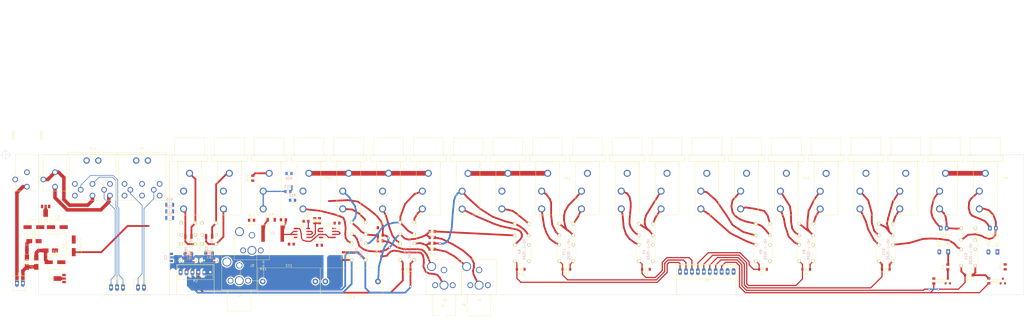
<source format=kicad_pcb>
(kicad_pcb (version 4) (host pcbnew 4.0.5-e0-6337~52~ubuntu16.10.1)
  (layers (0 F.Cu signal) (31 B.Cu signal) (34 B.Paste user) (35 F.Paste user) (36 B.SilkS user) (37 F.SilkS user) (38 B.Mask user) (39 F.Mask user) (44 Edge.Cuts user))
  (net 0 "")
  (net 1 AGND)
  (net 2 DGND)
  (net 3 RIGHTOUT)
  (net 4 "Net-(J12-Pad1)")
  (net 5 "Net-(J6-Pad2)")
  (net 6 "Net-(J7-Pad2)")
  (net 7 "Net-(J8-Pad2)")
  (net 8 "Net-(J9-Pad2)")
  (net 9 "Net-(J9-Pad3)")
  (net 10 "Net-(J12-Pad2)")
  (net 11 "Net-(J14-Pad1)")
  (net 12 "Net-(J14-Pad2)")
  (net 13 "Net-(J14-Pad3)")
  (net 14 "Net-(J16-Pad2)")
  (net 15 "Net-(J17-Pad2)")
  (net 16 "Net-(J17-Pad3)")
  (net 17 "Net-(J18-Pad2)")
  (net 18 "Net-(J18-Pad3)")
  (net 19 "Net-(J19-Pad2)")
  (net 20 "Net-(J19-Pad3)")
  (net 21 "Net-(J20-Pad2)")
  (net 22 "Net-(J21-Pad2)")
  (net 23 "Net-(J22-Pad2)")
  (net 24 "Net-(J22-Pad3)")
  (net 25 "Net-(J23-Pad1)")
  (net 26 "Net-(J23-Pad2)")
  (net 27 "Net-(J23-Pad3)")
  (net 28 "Net-(J27-Pad2)")
  (net 29 "Net-(J29-Pad2)")
  (net 30 DGNDB)
  (net 31 MONO4)
  (net 32 MONO3)
  (net 33 EXT4)
  (net 34 EXT3)
  (net 35 MUTEA)
  (net 36 "Net-(Q1-Pad3)")
  (net 37 "Net-(Q2-Pad3)")
  (net 38 LDR1)
  (net 39 LDR2)
  (net 40 "Net-(J36-Pad1)")
  (net 41 "Net-(J36-Pad2)")
  (net 42 "Net-(J36-Pad3)")
  (net 43 "Net-(J68-Pad2)")
  (net 44 "Net-(J69-Pad2)")
  (net 45 "Net-(J69-Pad3)")
  (net 46 "Net-(J103-Pad1)")
  (net 47 "Net-(J103-Pad2)")
  (net 48 "Net-(J103-Pad3)")
  (net 49 PREAMP1A)
  (net 50 PREAMP1B)
  (net 51 STEREO1A)
  (net 52 STEREO2A)
  (net 53 POWERAMP)
  (net 54 STEREO4A)
  (net 55 STEREO3A)
  (net 56 +5V)
  (net 57 "Net-(K201-Pad6)")
  (net 58 "Net-(K202-Pad6)")
  (net 59 "Net-(P1-Pad1)")
  (net 60 "Net-(P1-Pad2)")
  (net 61 "Net-(J1-Pad1)")
  (net 62 "Net-(K22-Pad4)")
  (net 63 "Net-(P7-Pad1)")
  (net 64 "Net-(P7-Pad2)")
  (net 65 "Net-(P5-Pad1)")
  (net 66 "Net-(P6-Pad1)")
  (net 67 "Net-(P9-Pad1)")
  (net 68 "Net-(P10-Pad1)")
  (net 69 "Net-(P11-Pad1)")
  (net 70 "Net-(P12-Pad1)")
  (net 71 "Net-(C1-Pad1)")
  (net 72 "Net-(C4-Pad2)")
  (net 73 "Net-(CON1-Pad1)")
  (net 74 +15V)
  (net 75 -15V)
  (net 76 "Net-(C7-Pad1)")
  (net 77 TUNEOUT)
  (net 78 "Net-(C11-Pad2)")
  (net 79 BUFOUT)
  (net 80 "Net-(C13-Pad2)")
  (net 81 "Net-(R7-Pad1)")
  (net 82 "Net-(R7-Pad2)")
  (net 83 "Net-(U5-Pad1)")
  (net 84 "Net-(U5-Pad6)")
  (net 85 BUFIN)
  (net 86 "Net-(J1-Pad2)")
  (net 87 "Net-(CON2-Pad1)")
  (net 88 "Net-(CON2-Pad2)")
  (net 89 "Net-(P7-Pad3)")
  (net 90 "Net-(P13-Pad1)")
  (net 91 "Net-(P13-Pad2)")
  (net 92 "Net-(P13-Pad3)")
  (net 93 "Net-(P14-Pad3)")
  (net 94 "Net-(P14-Pad1)")
  (net 95 "Net-(D13-Pad1)")
  (net 96 "Net-(C1-Pad2)")
  (net 97 "Net-(C3-Pad1)")
  (net 98 "Net-(C5-Pad2)")
  (net 99 "Net-(J3-Pad3)")
  (net 100 "Net-(J3-Pad1)")
  (net 101 "Net-(J4-Pad3)")
  (net 102 "Net-(J4-Pad1)")
  (net 103 "Net-(J6-Pad1)")
  (net 104 "Net-(J5-Pad1)")
  (net 105 "Net-(J5-Pad3)")
  (net 106 "Net-(J7-Pad3)")
  (module Resistors_SMD_Addons:R_0805_HandSolder (layer F.Cu) (at 166.2 59.45)
    (fp_text reference R21 (at 0 -2.1) (layer F.SilkS))
    (fp_text value 0R0)
    (pad 1 smd rect (at -1.05 0) (size 1 1.3) (layers F.Cu F.Paste F.Mask) (net 103 "Net-(J6-Pad1)"))
    (pad 2 smd rect (at 1.05 0) (size 1 1.3) (layers F.Cu F.Paste F.Mask) (net 101 "Net-(J4-Pad3)"))
  )
  (module Resistors_SMD_Addons:R_0805_HandSolder (layer B.Cu) (at 105 32.05)
    (fp_text reference R20 (at 0 2.1) (layer B.SilkS) (effects (justify mirror)))
    (fp_text value 0R0)
    (pad 1 smd rect (at -1.05 0) (size 1 1.3) (layers B.Cu B.Paste B.Mask) (net 61 "Net-(J1-Pad1)"))
    (pad 2 smd rect (at 1.05 0) (size 1 1.3) (layers B.Cu B.Paste B.Mask) (net 103 "Net-(J6-Pad1)"))
  )
  (module Resistors_SMD_Addons:R_0805_HandSolder (layer F.Cu) (at 166.1 64.45 180)
    (fp_text reference R19 (at 0 -2.1 180) (layer F.SilkS))
    (fp_text value 0R0)
    (pad 1 smd rect (at -1.05 0 180) (size 1 1.3) (layers F.Cu F.Paste F.Mask) (net 102 "Net-(J4-Pad1)"))
    (pad 2 smd rect (at 1.05 0 180) (size 1 1.3) (layers F.Cu F.Paste F.Mask) (net 62 "Net-(K22-Pad4)"))
  )
  (module Resistors_SMD_Addons:R_0805_HandSolder (layer F.Cu) (at 89.5 34.05 90)
    (fp_text reference R18 (at 0 -2.1 90) (layer F.SilkS))
    (fp_text value 0R0)
    (pad 1 smd rect (at -1.05 0 90) (size 1 1.3) (layers F.Cu F.Paste F.Mask) (net 99 "Net-(J3-Pad3)"))
    (pad 2 smd rect (at 1.05 0 90) (size 1 1.3) (layers F.Cu F.Paste F.Mask) (net 61 "Net-(J1-Pad1)"))
  )
  (module Resistors_SMD:R_1206 (layer B.Cu) (at 54 51.05 180)
    (fp_text reference R17 (at 0 2.3 180) (layer B.SilkS) (effects (justify mirror)))
    (fp_text value 0R0)
    (pad 1 smd rect (at -1.45 0 180) (size 0.9 1.7) (layers B.Cu B.Paste B.Mask) (net 75 -15V))
    (pad 2 smd rect (at 1.45 0 180) (size 0.9 1.7) (layers B.Cu B.Paste B.Mask) (net 98 "Net-(C5-Pad2)"))
  )
  (module Resistors_SMD:R_1206 (layer B.Cu) (at 54 48.25 180)
    (fp_text reference R16 (at 0 2.3 180) (layer B.SilkS) (effects (justify mirror)))
    (fp_text value 0R0)
    (pad 1 smd rect (at -1.45 0 180) (size 0.9 1.7) (layers B.Cu B.Paste B.Mask) (net 1 AGND))
    (pad 2 smd rect (at 1.45 0 180) (size 0.9 1.7) (layers B.Cu B.Paste B.Mask) (net 96 "Net-(C1-Pad2)"))
  )
  (module Resistors_SMD:R_1206 (layer B.Cu) (at 54 45.45 180)
    (fp_text reference R15 (at 0 2.3 180) (layer B.SilkS) (effects (justify mirror)))
    (fp_text value 0R0)
    (pad 1 smd rect (at -1.45 0 180) (size 0.9 1.7) (layers B.Cu B.Paste B.Mask) (net 74 +15V))
    (pad 2 smd rect (at 1.45 0 180) (size 0.9 1.7) (layers B.Cu B.Paste B.Mask) (net 97 "Net-(C3-Pad1)"))
  )
  (module Connect_Addons:LUMBERG_RCA_1553_02 (layer F.Cu) (at 186.2 83.85 90)
    (fp_text reference J4 (at -2.5 0 180) (layer F.SilkS))
    (fp_text value JACK_2P)
    (pad 1 thru_hole circle (at 12 -5.3 90) (size 3.8 3.8) (drill 3) (layers *.Cu *.Mask) (net 102 "Net-(J4-Pad1)"))
    (pad "" np_thru_hole circle (at 4 -3.75 90) (size 2.5 2.5) (drill 1.7) (layers *.Cu *.Mask))
    (pad "" np_thru_hole circle (at 4 3.75 90) (size 2.5 2.5) (drill 1.7) (layers *.Cu *.Mask))
    (pad "" np_thru_hole circle (at 10.5 0 90) (size 2.7 2.7) (drill 2) (layers *.Cu *.Mask))
    (pad 3 thru_hole circle (at 4 0 90) (size 3.8 3.8) (drill 3) (layers *.Cu *.Mask) (net 101 "Net-(J4-Pad3)"))
  )
  (module Connect_Addons:LUMBERG_RCA_1553_02 (layer F.Cu) (at 89.15 68.95 90)
    (fp_text reference J3 (at -2.5 0 180) (layer F.SilkS))
    (fp_text value JACK_2P)
    (pad 1 thru_hole circle (at 12 -5.3 90) (size 3.8 3.8) (drill 3) (layers *.Cu *.Mask) (net 100 "Net-(J3-Pad1)"))
    (pad "" np_thru_hole circle (at 4 -3.75 90) (size 2.5 2.5) (drill 1.7) (layers *.Cu *.Mask))
    (pad "" np_thru_hole circle (at 4 3.75 90) (size 2.5 2.5) (drill 1.7) (layers *.Cu *.Mask))
    (pad "" np_thru_hole circle (at 10.5 0 90) (size 2.7 2.7) (drill 2) (layers *.Cu *.Mask))
    (pad 3 thru_hole circle (at 4 0 90) (size 3.8 3.8) (drill 3) (layers *.Cu *.Mask) (net 99 "Net-(J3-Pad3)"))
  )
  (module Connect_Addons:LUMBERG_RCA_1553_02 (layer F.Cu) (at 83.75 81.9 90)
    (fp_text reference J2 (at -2.5 0 180) (layer F.SilkS))
    (fp_text value JACK_2P)
    (pad 1 thru_hole circle (at 12 -5.3 90) (size 3.8 3.8) (drill 3) (layers *.Cu *.Mask) (net 77 TUNEOUT))
    (pad "" np_thru_hole circle (at 4 -3.75 90) (size 2.5 2.5) (drill 1.7) (layers *.Cu *.Mask))
    (pad "" np_thru_hole circle (at 4 3.75 90) (size 2.5 2.5) (drill 1.7) (layers *.Cu *.Mask))
    (pad "" np_thru_hole circle (at 10.5 0 90) (size 2.7 2.7) (drill 2) (layers *.Cu *.Mask))
    (pad 3 thru_hole circle (at 4 0 90) (size 3.8 3.8) (drill 3) (layers *.Cu *.Mask) (net 1 AGND))
  )
  (module Relays_Addons:relay-DS2E (layer F.Cu) (at 70.85 61.25 90)
    (fp_text reference K202 (at -4 -1 90) (layer B.SilkS))
    (fp_text value DS2E-L-5V (at -3 1 90) (layer B.SilkS))
    (pad 1 thru_hole circle (at -8 3 90) (size 1.4 1.4) (drill 0.762) (layers *.Cu F.Paste F.SilkS F.Mask) (net 33 EXT4))
    (pad 4 thru_hole circle (at -1 3 90) (size 1.4 1.4) (drill 0.762) (layers *.Cu F.Paste F.SilkS F.Mask) (net 41 "Net-(J36-Pad2)"))
    (pad 6 thru_hole circle (at 3 3 90) (size 1.4 1.4) (drill 0.762) (layers *.Cu F.Paste F.SilkS F.Mask) (net 58 "Net-(K202-Pad6)"))
    (pad 8 thru_hole circle (at 8 3 90) (size 1.4 1.4) (drill 0.762) (layers *.Cu F.Paste F.SilkS F.Mask) (net 40 "Net-(J36-Pad1)"))
    (pad 9 thru_hole circle (at 8 -3 90) (size 1.4 1.4) (drill 0.762) (layers *.Cu F.Paste F.SilkS F.Mask))
    (pad 11 thru_hole circle (at 3 -3 90) (size 1.4 1.4) (drill 0.762) (layers *.Cu F.Paste F.SilkS F.Mask))
    (pad 13 thru_hole circle (at -1 -3 90) (size 1.4 1.4) (drill 0.762) (layers *.Cu F.Paste F.SilkS F.Mask))
    (pad 16 thru_hole circle (at -8 -3 90) (size 1.4 1.4) (drill 0.762) (layers *.Cu F.Paste F.SilkS F.Mask) (net 56 +5V))
  )
  (module Connect_Addons:PINHEAD1-10 (layer F.Cu) (at 283.5 74.05 180)
    (fp_text reference P3 (at 0 -3.81 180) (layer F.SilkS))
    (fp_text value CONN_01X10)
    (pad 10 thru_hole oval (at 11.43 0 180) (size 1.50622 3.01498) (drill 0.99822) (layers *.Cu *.Mask) (net 49 PREAMP1A))
    (pad 9 thru_hole oval (at 8.89 0 180) (size 1.50622 3.01498) (drill 0.99822) (layers *.Cu *.Mask) (net 50 PREAMP1B))
    (pad 8 thru_hole oval (at 6.35 0 180) (size 1.50622 3.01498) (drill 0.99822) (layers *.Cu *.Mask) (net 51 STEREO1A))
    (pad 7 thru_hole oval (at 3.81 0 180) (size 1.50622 3.01498) (drill 0.99822) (layers *.Cu *.Mask) (net 52 STEREO2A))
    (pad 1 thru_hole oval (at -11.43 0 180) (size 1.50622 3.01498) (drill 0.99822) (layers *.Cu *.Mask) (net 56 +5V))
    (pad 2 thru_hole oval (at -8.89 0 180) (size 1.50622 3.01498) (drill 0.99822) (layers *.Cu *.Mask) (net 2 DGND))
    (pad 3 thru_hole oval (at -6.35 0 180) (size 1.50622 3.01498) (drill 0.99822) (layers *.Cu *.Mask) (net 35 MUTEA))
    (pad 4 thru_hole oval (at -3.81 0 180) (size 1.50622 3.01498) (drill 0.99822) (layers *.Cu *.Mask) (net 53 POWERAMP))
    (pad 5 thru_hole oval (at -1.27 0 180) (size 1.50622 3.01498) (drill 0.99822) (layers *.Cu *.Mask) (net 54 STEREO4A))
    (pad 6 thru_hole oval (at 1.27 0 180) (size 1.50622 3.01498) (drill 0.99822) (layers *.Cu *.Mask) (net 55 STEREO3A))
  )
  (module Connect_Addons:MonoPhoneJack6.3mm (layer F.Cu) (at 113.5 34.5 90)
    (fp_text reference J6)
    (fp_text value 6.3MONO hide)
    (pad 1 thru_hole circle (at 2.54 0 90) (size 3 3) (drill 2) (layers *.Cu *.Mask) (net 103 "Net-(J6-Pad1)"))
    (pad 2 thru_hole circle (at -12.7 -2.54 90) (size 3 3) (drill 2) (layers *.Cu *.Mask) (net 5 "Net-(J6-Pad2)"))
    (pad 3 thru_hole circle (at -5.08 -2.54 90) (size 3 3) (drill 2) (layers *.Cu *.Mask) (net 103 "Net-(J6-Pad1)"))
  )
  (module Connect_Addons:MonoPhoneJack6.3mm (layer F.Cu) (at 130.5 34.5 90)
    (fp_text reference J7)
    (fp_text value 6.3MONO hide)
    (pad 1 thru_hole circle (at 2.54 0 90) (size 3 3) (drill 2) (layers *.Cu *.Mask) (net 103 "Net-(J6-Pad1)"))
    (pad 2 thru_hole circle (at -12.7 -2.54 90) (size 3 3) (drill 2) (layers *.Cu *.Mask) (net 6 "Net-(J7-Pad2)"))
    (pad 3 thru_hole circle (at -5.08 -2.54 90) (size 3 3) (drill 2) (layers *.Cu *.Mask) (net 106 "Net-(J7-Pad3)"))
  )
  (module Connect_Addons:MonoPhoneJack6.3mm (layer F.Cu) (at 147.5 34.5 90)
    (fp_text reference J8)
    (fp_text value 6.3MONO hide)
    (pad 1 thru_hole circle (at 2.54 0 90) (size 3 3) (drill 2) (layers *.Cu *.Mask) (net 103 "Net-(J6-Pad1)"))
    (pad 2 thru_hole circle (at -12.7 -2.54 90) (size 3 3) (drill 2) (layers *.Cu *.Mask) (net 7 "Net-(J8-Pad2)"))
    (pad 3 thru_hole circle (at -5.08 -2.54 90) (size 3 3) (drill 2) (layers *.Cu *.Mask) (net 103 "Net-(J6-Pad1)"))
  )
  (module Connect_Addons:MonoPhoneJack6.3mm (layer F.Cu) (at 164.5 34.5 90)
    (fp_text reference J9)
    (fp_text value 6.3MONO hide)
    (pad 1 thru_hole circle (at 2.54 0 90) (size 3 3) (drill 2) (layers *.Cu *.Mask) (net 103 "Net-(J6-Pad1)"))
    (pad 2 thru_hole circle (at -12.7 -2.54 90) (size 3 3) (drill 2) (layers *.Cu *.Mask) (net 8 "Net-(J9-Pad2)"))
    (pad 3 thru_hole circle (at -5.08 -2.54 90) (size 3 3) (drill 2) (layers *.Cu *.Mask) (net 9 "Net-(J9-Pad3)"))
  )
  (module Connect_Addons:MonoPhoneJack6.3mm (layer F.Cu) (at 283.5 34.5 90)
    (fp_text reference J12)
    (fp_text value 6.3MONO hide)
    (pad 1 thru_hole circle (at 2.54 0 90) (size 3 3) (drill 2) (layers *.Cu *.Mask) (net 4 "Net-(J12-Pad1)"))
    (pad 2 thru_hole circle (at -12.7 -2.54 90) (size 3 3) (drill 2) (layers *.Cu *.Mask) (net 10 "Net-(J12-Pad2)"))
    (pad 3 thru_hole circle (at -5.08 -2.54 90) (size 3 3) (drill 2) (layers *.Cu *.Mask) (net 4 "Net-(J12-Pad1)"))
  )
  (module Connect_Addons:MonoPhoneJack6.3mm (layer F.Cu) (at 300.5 34.5 90)
    (fp_text reference J14)
    (fp_text value 6.3MONO hide)
    (pad 1 thru_hole circle (at 2.54 0 90) (size 3 3) (drill 2) (layers *.Cu *.Mask) (net 11 "Net-(J14-Pad1)"))
    (pad 2 thru_hole circle (at -12.7 -2.54 90) (size 3 3) (drill 2) (layers *.Cu *.Mask) (net 12 "Net-(J14-Pad2)"))
    (pad 3 thru_hole circle (at -5.08 -2.54 90) (size 3 3) (drill 2) (layers *.Cu *.Mask) (net 13 "Net-(J14-Pad3)"))
  )
  (module Connect_Addons:MonoPhoneJack6.3mm (layer F.Cu) (at 317.5 34.5 90)
    (fp_text reference J16)
    (fp_text value 6.3MONO hide)
    (pad 1 thru_hole circle (at 2.54 0 90) (size 3 3) (drill 2) (layers *.Cu *.Mask) (net 4 "Net-(J12-Pad1)"))
    (pad 2 thru_hole circle (at -12.7 -2.54 90) (size 3 3) (drill 2) (layers *.Cu *.Mask) (net 14 "Net-(J16-Pad2)"))
    (pad 3 thru_hole circle (at -5.08 -2.54 90) (size 3 3) (drill 2) (layers *.Cu *.Mask) (net 4 "Net-(J12-Pad1)"))
  )
  (module Connect_Addons:MonoPhoneJack6.3mm (layer F.Cu) (at 181.5 34.55 90)
    (fp_text reference J17)
    (fp_text value 6.3MONO hide)
    (pad 1 thru_hole circle (at 2.54 0 90) (size 3 3) (drill 2) (layers *.Cu *.Mask) (net 4 "Net-(J12-Pad1)"))
    (pad 2 thru_hole circle (at -12.7 -2.54 90) (size 3 3) (drill 2) (layers *.Cu *.Mask) (net 15 "Net-(J17-Pad2)"))
    (pad 3 thru_hole circle (at -5.08 -2.54 90) (size 3 3) (drill 2) (layers *.Cu *.Mask) (net 16 "Net-(J17-Pad3)"))
  )
  (module Connect_Addons:MonoPhoneJack6.3mm (layer F.Cu) (at 334.5 34.55 90)
    (fp_text reference J18)
    (fp_text value 6.3MONO hide)
    (pad 1 thru_hole circle (at 2.54 0 90) (size 3 3) (drill 2) (layers *.Cu *.Mask) (net 4 "Net-(J12-Pad1)"))
    (pad 2 thru_hole circle (at -12.7 -2.54 90) (size 3 3) (drill 2) (layers *.Cu *.Mask) (net 17 "Net-(J18-Pad2)"))
    (pad 3 thru_hole circle (at -5.08 -2.54 90) (size 3 3) (drill 2) (layers *.Cu *.Mask) (net 18 "Net-(J18-Pad3)"))
  )
  (module Connect_Addons:MonoPhoneJack6.3mm (layer F.Cu) (at 198.5 34.5 90)
    (fp_text reference J19)
    (fp_text value 6.3MONO hide)
    (pad 1 thru_hole circle (at 2.54 0 90) (size 3 3) (drill 2) (layers *.Cu *.Mask) (net 4 "Net-(J12-Pad1)"))
    (pad 2 thru_hole circle (at -12.7 -2.54 90) (size 3 3) (drill 2) (layers *.Cu *.Mask) (net 19 "Net-(J19-Pad2)"))
    (pad 3 thru_hole circle (at -5.08 -2.54 90) (size 3 3) (drill 2) (layers *.Cu *.Mask) (net 20 "Net-(J19-Pad3)"))
  )
  (module Connect_Addons:MonoPhoneJack6.3mm (layer F.Cu) (at 351.5 34.5 90)
    (fp_text reference J20)
    (fp_text value 6.3MONO hide)
    (pad 1 thru_hole circle (at 2.54 0 90) (size 3 3) (drill 2) (layers *.Cu *.Mask) (net 4 "Net-(J12-Pad1)"))
    (pad 2 thru_hole circle (at -12.7 -2.54 90) (size 3 3) (drill 2) (layers *.Cu *.Mask) (net 21 "Net-(J20-Pad2)"))
    (pad 3 thru_hole circle (at -5.08 -2.54 90) (size 3 3) (drill 2) (layers *.Cu *.Mask) (net 4 "Net-(J12-Pad1)"))
  )
  (module Connect_Addons:MonoPhoneJack6.3mm (layer F.Cu) (at 215.5 34.5 90)
    (fp_text reference J21)
    (fp_text value 6.3MONO hide)
    (pad 1 thru_hole circle (at 2.54 0 90) (size 3 3) (drill 2) (layers *.Cu *.Mask) (net 4 "Net-(J12-Pad1)"))
    (pad 2 thru_hole circle (at -12.7 -2.54 90) (size 3 3) (drill 2) (layers *.Cu *.Mask) (net 22 "Net-(J21-Pad2)"))
    (pad 3 thru_hole circle (at -5.08 -2.54 90) (size 3 3) (drill 2) (layers *.Cu *.Mask) (net 4 "Net-(J12-Pad1)"))
  )
  (module Connect_Addons:MonoPhoneJack6.3mm (layer F.Cu) (at 368.5 34.5 90)
    (fp_text reference J22)
    (fp_text value 6.3MONO hide)
    (pad 1 thru_hole circle (at 2.54 0 90) (size 3 3) (drill 2) (layers *.Cu *.Mask) (net 4 "Net-(J12-Pad1)"))
    (pad 2 thru_hole circle (at -12.7 -2.54 90) (size 3 3) (drill 2) (layers *.Cu *.Mask) (net 23 "Net-(J22-Pad2)"))
    (pad 3 thru_hole circle (at -5.08 -2.54 90) (size 3 3) (drill 2) (layers *.Cu *.Mask) (net 24 "Net-(J22-Pad3)"))
  )
  (module Connect_Addons:MonoPhoneJack6.3mm (layer F.Cu) (at 232.5 34.5 90)
    (fp_text reference J23)
    (fp_text value 6.3MONO hide)
    (pad 1 thru_hole circle (at 2.54 0 90) (size 3 3) (drill 2) (layers *.Cu *.Mask) (net 25 "Net-(J23-Pad1)"))
    (pad 2 thru_hole circle (at -12.7 -2.54 90) (size 3 3) (drill 2) (layers *.Cu *.Mask) (net 26 "Net-(J23-Pad2)"))
    (pad 3 thru_hole circle (at -5.08 -2.54 90) (size 3 3) (drill 2) (layers *.Cu *.Mask) (net 27 "Net-(J23-Pad3)"))
  )
  (module Connect_Addons:MonoPhoneJack6.3mm (layer F.Cu) (at 402.5 34.5 90)
    (fp_text reference J27)
    (fp_text value 6.3MONO hide)
    (pad 1 thru_hole circle (at 2.54 0 90) (size 3 3) (drill 2) (layers *.Cu *.Mask) (net 1 AGND))
    (pad 2 thru_hole circle (at -12.7 -2.54 90) (size 3 3) (drill 2) (layers *.Cu *.Mask) (net 28 "Net-(J27-Pad2)"))
    (pad 3 thru_hole circle (at -5.08 -2.54 90) (size 3 3) (drill 2) (layers *.Cu *.Mask) (net 1 AGND))
  )
  (module Connect_Addons:MonoPhoneJack6.3mm (layer F.Cu) (at 385.5 34.5 90)
    (fp_text reference J29)
    (fp_text value 6.3MONO hide)
    (pad 1 thru_hole circle (at 2.54 0 90) (size 3 3) (drill 2) (layers *.Cu *.Mask) (net 1 AGND))
    (pad 2 thru_hole circle (at -12.7 -2.54 90) (size 3 3) (drill 2) (layers *.Cu *.Mask) (net 29 "Net-(J29-Pad2)"))
    (pad 3 thru_hole circle (at -5.08 -2.54 90) (size 3 3) (drill 2) (layers *.Cu *.Mask) (net 1 AGND))
  )
  (module Relays_Addons:relay-DS2E (layer F.Cu) (at 257.5 61.55 90)
    (fp_text reference K4 (at -4 -1 90) (layer B.SilkS))
    (fp_text value DS2E-L-5V (at -3 1 90) (layer B.SilkS))
    (pad 1 thru_hole circle (at -8 3 90) (size 1.4 1.4) (drill 0.762) (layers *.Cu F.Paste F.SilkS F.Mask) (net 56 +5V))
    (pad 4 thru_hole circle (at -1 3 90) (size 1.4 1.4) (drill 0.762) (layers *.Cu F.Paste F.SilkS F.Mask) (net 13 "Net-(J14-Pad3)"))
    (pad 6 thru_hole circle (at 3 3 90) (size 1.4 1.4) (drill 0.762) (layers *.Cu F.Paste F.SilkS F.Mask) (net 45 "Net-(J69-Pad3)"))
    (pad 8 thru_hole circle (at 8 3 90) (size 1.4 1.4) (drill 0.762) (layers *.Cu F.Paste F.SilkS F.Mask) (net 44 "Net-(J69-Pad2)"))
    (pad 9 thru_hole circle (at 8 -3 90) (size 1.4 1.4) (drill 0.762) (layers *.Cu F.Paste F.SilkS F.Mask) (net 45 "Net-(J69-Pad3)"))
    (pad 11 thru_hole circle (at 3 -3 90) (size 1.4 1.4) (drill 0.762) (layers *.Cu F.Paste F.SilkS F.Mask) (net 4 "Net-(J12-Pad1)"))
    (pad 13 thru_hole circle (at -1 -3 90) (size 1.4 1.4) (drill 0.762) (layers *.Cu F.Paste F.SilkS F.Mask) (net 43 "Net-(J68-Pad2)"))
    (pad 16 thru_hole circle (at -8 -3 90) (size 1.4 1.4) (drill 0.762) (layers *.Cu F.Paste F.SilkS F.Mask) (net 51 STEREO1A))
  )
  (module Relays_Addons:relay-DS2E (layer F.Cu) (at 307.5 61.55 90)
    (fp_text reference K6 (at -4 -1 90) (layer B.SilkS))
    (fp_text value DS2E-L-5V (at -3 1 90) (layer B.SilkS))
    (pad 1 thru_hole circle (at -8 3 90) (size 1.4 1.4) (drill 0.762) (layers *.Cu F.Paste F.SilkS F.Mask) (net 56 +5V))
    (pad 4 thru_hole circle (at -1 3 90) (size 1.4 1.4) (drill 0.762) (layers *.Cu F.Paste F.SilkS F.Mask) (net 18 "Net-(J18-Pad3)"))
    (pad 6 thru_hole circle (at 3 3 90) (size 1.4 1.4) (drill 0.762) (layers *.Cu F.Paste F.SilkS F.Mask) (net 13 "Net-(J14-Pad3)"))
    (pad 8 thru_hole circle (at 8 3 90) (size 1.4 1.4) (drill 0.762) (layers *.Cu F.Paste F.SilkS F.Mask) (net 12 "Net-(J14-Pad2)"))
    (pad 9 thru_hole circle (at 8 -3 90) (size 1.4 1.4) (drill 0.762) (layers *.Cu F.Paste F.SilkS F.Mask) (net 13 "Net-(J14-Pad3)"))
    (pad 11 thru_hole circle (at 3 -3 90) (size 1.4 1.4) (drill 0.762) (layers *.Cu F.Paste F.SilkS F.Mask) (net 4 "Net-(J12-Pad1)"))
    (pad 13 thru_hole circle (at -1 -3 90) (size 1.4 1.4) (drill 0.762) (layers *.Cu F.Paste F.SilkS F.Mask) (net 10 "Net-(J12-Pad2)"))
    (pad 16 thru_hole circle (at -8 -3 90) (size 1.4 1.4) (drill 0.762) (layers *.Cu F.Paste F.SilkS F.Mask) (net 52 STEREO2A))
  )
  (module Relays_Addons:relay-DS2E (layer F.Cu) (at 326 61.55 90)
    (fp_text reference K8 (at -4 -1 90) (layer B.SilkS))
    (fp_text value DS2E-L-5V (at -3 1 90) (layer B.SilkS))
    (pad 1 thru_hole circle (at -8 3 90) (size 1.4 1.4) (drill 0.762) (layers *.Cu F.Paste F.SilkS F.Mask) (net 56 +5V))
    (pad 4 thru_hole circle (at -1 3 90) (size 1.4 1.4) (drill 0.762) (layers *.Cu F.Paste F.SilkS F.Mask) (net 24 "Net-(J22-Pad3)"))
    (pad 6 thru_hole circle (at 3 3 90) (size 1.4 1.4) (drill 0.762) (layers *.Cu F.Paste F.SilkS F.Mask) (net 18 "Net-(J18-Pad3)"))
    (pad 8 thru_hole circle (at 8 3 90) (size 1.4 1.4) (drill 0.762) (layers *.Cu F.Paste F.SilkS F.Mask) (net 17 "Net-(J18-Pad2)"))
    (pad 9 thru_hole circle (at 8 -3 90) (size 1.4 1.4) (drill 0.762) (layers *.Cu F.Paste F.SilkS F.Mask) (net 18 "Net-(J18-Pad3)"))
    (pad 11 thru_hole circle (at 3 -3 90) (size 1.4 1.4) (drill 0.762) (layers *.Cu F.Paste F.SilkS F.Mask) (net 4 "Net-(J12-Pad1)"))
    (pad 13 thru_hole circle (at -1 -3 90) (size 1.4 1.4) (drill 0.762) (layers *.Cu F.Paste F.SilkS F.Mask) (net 14 "Net-(J16-Pad2)"))
    (pad 16 thru_hole circle (at -8 -3 90) (size 1.4 1.4) (drill 0.762) (layers *.Cu F.Paste F.SilkS F.Mask) (net 55 STEREO3A))
  )
  (module Relays_Addons:relay-DS2E (layer F.Cu) (at 204.5 61.55 90)
    (fp_text reference K9 (at -4 -1 90) (layer B.SilkS))
    (fp_text value DS2E-L-5V (at -3 1 90) (layer B.SilkS))
    (pad 1 thru_hole circle (at -8 3 90) (size 1.4 1.4) (drill 0.762) (layers *.Cu F.Paste F.SilkS F.Mask) (net 56 +5V))
    (pad 4 thru_hole circle (at -1 3 90) (size 1.4 1.4) (drill 0.762) (layers *.Cu F.Paste F.SilkS F.Mask) (net 27 "Net-(J23-Pad3)"))
    (pad 6 thru_hole circle (at 3 3 90) (size 1.4 1.4) (drill 0.762) (layers *.Cu F.Paste F.SilkS F.Mask) (net 16 "Net-(J17-Pad3)"))
    (pad 8 thru_hole circle (at 8 3 90) (size 1.4 1.4) (drill 0.762) (layers *.Cu F.Paste F.SilkS F.Mask) (net 19 "Net-(J19-Pad2)"))
    (pad 9 thru_hole circle (at 8 -3 90) (size 1.4 1.4) (drill 0.762) (layers *.Cu F.Paste F.SilkS F.Mask) (net 16 "Net-(J17-Pad3)"))
    (pad 11 thru_hole circle (at 3 -3 90) (size 1.4 1.4) (drill 0.762) (layers *.Cu F.Paste F.SilkS F.Mask) (net 4 "Net-(J12-Pad1)"))
    (pad 13 thru_hole circle (at -1 -3 90) (size 1.4 1.4) (drill 0.762) (layers *.Cu F.Paste F.SilkS F.Mask) (net 15 "Net-(J17-Pad2)"))
    (pad 16 thru_hole circle (at -8 -3 90) (size 1.4 1.4) (drill 0.762) (layers *.Cu F.Paste F.SilkS F.Mask) (net 49 PREAMP1A))
  )
  (module Relays_Addons:relay-DS2E (layer F.Cu) (at 360 61.55 90)
    (fp_text reference K10 (at -4 -1 90) (layer B.SilkS))
    (fp_text value DS2E-L-5V (at -3 1 90) (layer B.SilkS))
    (pad 1 thru_hole circle (at -8 3 90) (size 1.4 1.4) (drill 0.762) (layers *.Cu F.Paste F.SilkS F.Mask) (net 56 +5V))
    (pad 4 thru_hole circle (at -1 3 90) (size 1.4 1.4) (drill 0.762) (layers *.Cu F.Paste F.SilkS F.Mask) (net 3 RIGHTOUT))
    (pad 6 thru_hole circle (at 3 3 90) (size 1.4 1.4) (drill 0.762) (layers *.Cu F.Paste F.SilkS F.Mask) (net 24 "Net-(J22-Pad3)"))
    (pad 8 thru_hole circle (at 8 3 90) (size 1.4 1.4) (drill 0.762) (layers *.Cu F.Paste F.SilkS F.Mask) (net 23 "Net-(J22-Pad2)"))
    (pad 9 thru_hole circle (at 8 -3 90) (size 1.4 1.4) (drill 0.762) (layers *.Cu F.Paste F.SilkS F.Mask) (net 24 "Net-(J22-Pad3)"))
    (pad 11 thru_hole circle (at 3 -3 90) (size 1.4 1.4) (drill 0.762) (layers *.Cu F.Paste F.SilkS F.Mask) (net 4 "Net-(J12-Pad1)"))
    (pad 13 thru_hole circle (at -1 -3 90) (size 1.4 1.4) (drill 0.762) (layers *.Cu F.Paste F.SilkS F.Mask) (net 21 "Net-(J20-Pad2)"))
    (pad 16 thru_hole circle (at -8 -3 90) (size 1.4 1.4) (drill 0.762) (layers *.Cu F.Paste F.SilkS F.Mask) (net 54 STEREO4A))
  )
  (module Relays_Addons:relay-DS2E (layer F.Cu) (at 223.5 61.55 90)
    (fp_text reference K11 (at -4 -1 90) (layer B.SilkS))
    (fp_text value DS2E-L-5V (at -3 1 90) (layer B.SilkS))
    (pad 1 thru_hole circle (at -8 3 90) (size 1.4 1.4) (drill 0.762) (layers *.Cu F.Paste F.SilkS F.Mask) (net 56 +5V))
    (pad 4 thru_hole circle (at -1 3 90) (size 1.4 1.4) (drill 0.762) (layers *.Cu F.Paste F.SilkS F.Mask) (net 45 "Net-(J69-Pad3)"))
    (pad 6 thru_hole circle (at 3 3 90) (size 1.4 1.4) (drill 0.762) (layers *.Cu F.Paste F.SilkS F.Mask) (net 27 "Net-(J23-Pad3)"))
    (pad 8 thru_hole circle (at 8 3 90) (size 1.4 1.4) (drill 0.762) (layers *.Cu F.Paste F.SilkS F.Mask) (net 26 "Net-(J23-Pad2)"))
    (pad 9 thru_hole circle (at 8 -3 90) (size 1.4 1.4) (drill 0.762) (layers *.Cu F.Paste F.SilkS F.Mask) (net 27 "Net-(J23-Pad3)"))
    (pad 11 thru_hole circle (at 3 -3 90) (size 1.4 1.4) (drill 0.762) (layers *.Cu F.Paste F.SilkS F.Mask) (net 4 "Net-(J12-Pad1)"))
    (pad 13 thru_hole circle (at -1 -3 90) (size 1.4 1.4) (drill 0.762) (layers *.Cu F.Paste F.SilkS F.Mask) (net 22 "Net-(J21-Pad2)"))
    (pad 16 thru_hole circle (at -8 -3 90) (size 1.4 1.4) (drill 0.762) (layers *.Cu F.Paste F.SilkS F.Mask) (net 50 PREAMP1B))
  )
  (module Relays_Addons:relay-DS2E (layer F.Cu) (at 395.25 63.5 90)
    (fp_text reference K13 (at -4 -1 90) (layer B.SilkS))
    (fp_text value DS2E-L-5V (at -3 1 90) (layer B.SilkS))
    (pad 1 thru_hole circle (at -8 3 90) (size 1.4 1.4) (drill 0.762) (layers *.Cu F.Paste F.SilkS F.Mask) (net 56 +5V))
    (pad 4 thru_hole circle (at -1 3 90) (size 1.4 1.4) (drill 0.762) (layers *.Cu F.Paste F.SilkS F.Mask))
    (pad 6 thru_hole circle (at 3 3 90) (size 1.4 1.4) (drill 0.762) (layers *.Cu F.Paste F.SilkS F.Mask))
    (pad 8 thru_hole circle (at 8 3 90) (size 1.4 1.4) (drill 0.762) (layers *.Cu F.Paste F.SilkS F.Mask))
    (pad 9 thru_hole circle (at 8 -3 90) (size 1.4 1.4) (drill 0.762) (layers *.Cu F.Paste F.SilkS F.Mask) (net 29 "Net-(J29-Pad2)"))
    (pad 11 thru_hole circle (at 3 -3 90) (size 1.4 1.4) (drill 0.762) (layers *.Cu F.Paste F.SilkS F.Mask) (net 28 "Net-(J27-Pad2)"))
    (pad 13 thru_hole circle (at -1 -3 90) (size 1.4 1.4) (drill 0.762) (layers *.Cu F.Paste F.SilkS F.Mask) (net 3 RIGHTOUT))
    (pad 16 thru_hole circle (at -8 -3 90) (size 1.4 1.4) (drill 0.762) (layers *.Cu F.Paste F.SilkS F.Mask) (net 53 POWERAMP))
  )
  (module Connect_Addons:PINHEAD1-6 (layer F.Cu) (at 65 74.25 180)
    (fp_text reference P2 (at 0 -3.81 180) (layer F.SilkS))
    (fp_text value CONN_01X06)
    (pad 1 thru_hole oval (at -6.35 0 180) (size 1.50622 3.01498) (drill 0.99822) (layers *.Cu *.Mask) (net 56 +5V))
    (pad 2 thru_hole oval (at -3.81 0 180) (size 1.50622 3.01498) (drill 0.99822) (layers *.Cu *.Mask) (net 2 DGND))
    (pad 3 thru_hole oval (at -1.27 0 180) (size 1.50622 3.01498) (drill 0.99822) (layers *.Cu *.Mask) (net 31 MONO4))
    (pad 4 thru_hole oval (at 1.27 0 180) (size 1.50622 3.01498) (drill 0.99822) (layers *.Cu *.Mask) (net 32 MONO3))
    (pad 5 thru_hole oval (at 3.81 0 180) (size 1.50622 3.01498) (drill 0.99822) (layers *.Cu *.Mask) (net 33 EXT4))
    (pad 6 thru_hole oval (at 6.35 0 180) (size 1.50622 3.01498) (drill 0.99822) (layers *.Cu *.Mask) (net 34 EXT3))
  )
  (module TO_SOT_Packages_SMD:SOT-23 (layer F.Cu) (at 410 78.05 90)
    (fp_text reference Q1 (at 0 -2.5 90) (layer F.SilkS))
    (fp_text value BSS84)
    (pad 1 smd rect (at -1 -0.95 90) (size 0.9 0.8) (layers F.Cu F.Paste F.Mask) (net 35 MUTEA))
    (pad 2 smd rect (at -1 0.95 90) (size 0.9 0.8) (layers F.Cu F.Paste F.Mask) (net 56 +5V))
    (pad 3 smd rect (at 1 0 90) (size 0.9 0.8) (layers F.Cu F.Paste F.Mask) (net 36 "Net-(Q1-Pad3)"))
  )
  (module TO_SOT_Packages_SMD:SOT-23 (layer F.Cu) (at 386.5 78.05 90)
    (fp_text reference Q2 (at 0 -2.5 90) (layer F.SilkS))
    (fp_text value BSS84)
    (pad 1 smd rect (at -1 -0.95 90) (size 0.9 0.8) (layers F.Cu F.Paste F.Mask) (net 35 MUTEA))
    (pad 2 smd rect (at -1 0.95 90) (size 0.9 0.8) (layers F.Cu F.Paste F.Mask) (net 56 +5V))
    (pad 3 smd rect (at 1 0 90) (size 0.9 0.8) (layers F.Cu F.Paste F.Mask) (net 37 "Net-(Q2-Pad3)"))
  )
  (module Opto-Devices:Optoisolator_NSL-32 (layer F.Cu) (at 405.75 60.5 90)
    (fp_text reference U1 (at 1.524 0 180) (layer F.SilkS))
    (fp_text value NSL-32)
    (fp_text user A (at -1.524 1.524 90) (layer F.SilkS))
    (fp_text user K (at -0.508 -1.524 90) (layer F.SilkS))
    (pad 1 thru_hole rect (at -5.08 1.905 90) (size 2.286 1.5748) (drill 0.8128) (layers *.Cu *.Mask) (net 38 LDR1))
    (pad 2 thru_hole oval (at -5.08 -1.905 90) (size 2.286 1.5748) (drill 0.8128) (layers *.Cu *.Mask) (net 2 DGND))
    (pad 3 thru_hole oval (at 5.08 -1.27 90) (size 2.286 1.5748) (drill 0.8128) (layers *.Cu *.Mask) (net 1 AGND))
    (pad 4 thru_hole oval (at 5.08 1.27 90) (size 2.286 1.5748) (drill 0.8128) (layers *.Cu *.Mask) (net 28 "Net-(J27-Pad2)"))
  )
  (module Opto-Devices:Optoisolator_NSL-32 (layer F.Cu) (at 384.75 60.5 90)
    (fp_text reference U2 (at 1.524 0 180) (layer F.SilkS))
    (fp_text value NSL-32)
    (fp_text user A (at -1.524 1.524 90) (layer F.SilkS))
    (fp_text user K (at -0.508 -1.524 90) (layer F.SilkS))
    (pad 1 thru_hole rect (at -5.08 1.905 90) (size 2.286 1.5748) (drill 0.8128) (layers *.Cu *.Mask) (net 39 LDR2))
    (pad 2 thru_hole oval (at -5.08 -1.905 90) (size 2.286 1.5748) (drill 0.8128) (layers *.Cu *.Mask) (net 2 DGND))
    (pad 3 thru_hole oval (at 5.08 -1.27 90) (size 2.286 1.5748) (drill 0.8128) (layers *.Cu *.Mask) (net 1 AGND))
    (pad 4 thru_hole oval (at 5.08 1.27 90) (size 2.286 1.5748) (drill 0.8128) (layers *.Cu *.Mask) (net 29 "Net-(J29-Pad2)"))
  )
  (module Connect_Addons:MonoPhoneJack6.3mm (layer F.Cu) (at 79.5 34.5 90)
    (fp_text reference J36)
    (fp_text value 6.3MONO hide)
    (pad 1 thru_hole circle (at 2.54 0 90) (size 3 3) (drill 2) (layers *.Cu *.Mask) (net 40 "Net-(J36-Pad1)"))
    (pad 2 thru_hole circle (at -12.7 -2.54 90) (size 3 3) (drill 2) (layers *.Cu *.Mask) (net 41 "Net-(J36-Pad2)"))
    (pad 3 thru_hole circle (at -5.08 -2.54 90) (size 3 3) (drill 2) (layers *.Cu *.Mask) (net 42 "Net-(J36-Pad3)"))
  )
  (module Connect_Addons:MonoPhoneJack6.3mm (layer F.Cu) (at 249.5 34.5 90)
    (fp_text reference J68)
    (fp_text value 6.3MONO hide)
    (pad 1 thru_hole circle (at 2.54 0 90) (size 3 3) (drill 2) (layers *.Cu *.Mask) (net 4 "Net-(J12-Pad1)"))
    (pad 2 thru_hole circle (at -12.7 -2.54 90) (size 3 3) (drill 2) (layers *.Cu *.Mask) (net 43 "Net-(J68-Pad2)"))
    (pad 3 thru_hole circle (at -5.08 -2.54 90) (size 3 3) (drill 2) (layers *.Cu *.Mask) (net 4 "Net-(J12-Pad1)"))
  )
  (module Connect_Addons:MonoPhoneJack6.3mm (layer F.Cu) (at 266.5 34.5 90)
    (fp_text reference J69)
    (fp_text value 6.3MONO hide)
    (pad 1 thru_hole circle (at 2.54 0 90) (size 3 3) (drill 2) (layers *.Cu *.Mask) (net 4 "Net-(J12-Pad1)"))
    (pad 2 thru_hole circle (at -12.7 -2.54 90) (size 3 3) (drill 2) (layers *.Cu *.Mask) (net 44 "Net-(J69-Pad2)"))
    (pad 3 thru_hole circle (at -5.08 -2.54 90) (size 3 3) (drill 2) (layers *.Cu *.Mask) (net 45 "Net-(J69-Pad3)"))
  )
  (module Connect_Addons:MonoPhoneJack6.3mm (layer F.Cu) (at 62.5 34.5 90)
    (fp_text reference J103)
    (fp_text value 6.3MONO hide)
    (pad 1 thru_hole circle (at 2.54 0 90) (size 3 3) (drill 2) (layers *.Cu *.Mask) (net 46 "Net-(J103-Pad1)"))
    (pad 2 thru_hole circle (at -12.7 -2.54 90) (size 3 3) (drill 2) (layers *.Cu *.Mask) (net 47 "Net-(J103-Pad2)"))
    (pad 3 thru_hole circle (at -5.08 -2.54 90) (size 3 3) (drill 2) (layers *.Cu *.Mask) (net 48 "Net-(J103-Pad3)"))
  )
  (module Relays_Addons:relay-DS2E (layer F.Cu) (at 134.75 61 90)
    (fp_text reference K21 (at -4 -1 90) (layer B.SilkS))
    (fp_text value DS2E-L-5V (at -3 1 90) (layer B.SilkS))
    (pad 1 thru_hole circle (at -8 3 90) (size 1.4 1.4) (drill 0.762) (layers *.Cu F.Paste F.SilkS F.Mask) (net 56 +5V))
    (pad 4 thru_hole circle (at -1 3 90) (size 1.4 1.4) (drill 0.762) (layers *.Cu F.Paste F.SilkS F.Mask) (net 9 "Net-(J9-Pad3)"))
    (pad 6 thru_hole circle (at 3 3 90) (size 1.4 1.4) (drill 0.762) (layers *.Cu F.Paste F.SilkS F.Mask) (net 106 "Net-(J7-Pad3)"))
    (pad 8 thru_hole circle (at 8 3 90) (size 1.4 1.4) (drill 0.762) (layers *.Cu F.Paste F.SilkS F.Mask) (net 6 "Net-(J7-Pad2)"))
    (pad 9 thru_hole circle (at 8 -3 90) (size 1.4 1.4) (drill 0.762) (layers *.Cu F.Paste F.SilkS F.Mask) (net 106 "Net-(J7-Pad3)"))
    (pad 11 thru_hole circle (at 3 -3 90) (size 1.4 1.4) (drill 0.762) (layers *.Cu F.Paste F.SilkS F.Mask) (net 103 "Net-(J6-Pad1)"))
    (pad 13 thru_hole circle (at -1 -3 90) (size 1.4 1.4) (drill 0.762) (layers *.Cu F.Paste F.SilkS F.Mask) (net 5 "Net-(J6-Pad2)"))
    (pad 16 thru_hole circle (at -8 -3 90) (size 1.4 1.4) (drill 0.762) (layers *.Cu F.Paste F.SilkS F.Mask) (net 32 MONO3))
  )
  (module Relays_Addons:relay-DS2E (layer F.Cu) (at 155.5 61 90)
    (fp_text reference K22 (at -4 -1 90) (layer B.SilkS))
    (fp_text value DS2E-L-5V (at -3 1 90) (layer B.SilkS))
    (pad 1 thru_hole circle (at -8 3 90) (size 1.4 1.4) (drill 0.762) (layers *.Cu F.Paste F.SilkS F.Mask) (net 56 +5V))
    (pad 4 thru_hole circle (at -1 3 90) (size 1.4 1.4) (drill 0.762) (layers *.Cu F.Paste F.SilkS F.Mask) (net 62 "Net-(K22-Pad4)"))
    (pad 6 thru_hole circle (at 3 3 90) (size 1.4 1.4) (drill 0.762) (layers *.Cu F.Paste F.SilkS F.Mask) (net 9 "Net-(J9-Pad3)"))
    (pad 8 thru_hole circle (at 8 3 90) (size 1.4 1.4) (drill 0.762) (layers *.Cu F.Paste F.SilkS F.Mask) (net 8 "Net-(J9-Pad2)"))
    (pad 9 thru_hole circle (at 8 -3 90) (size 1.4 1.4) (drill 0.762) (layers *.Cu F.Paste F.SilkS F.Mask) (net 9 "Net-(J9-Pad3)"))
    (pad 11 thru_hole circle (at 3 -3 90) (size 1.4 1.4) (drill 0.762) (layers *.Cu F.Paste F.SilkS F.Mask) (net 103 "Net-(J6-Pad1)"))
    (pad 13 thru_hole circle (at -1 -3 90) (size 1.4 1.4) (drill 0.762) (layers *.Cu F.Paste F.SilkS F.Mask) (net 7 "Net-(J8-Pad2)"))
    (pad 16 thru_hole circle (at -8 -3 90) (size 1.4 1.4) (drill 0.762) (layers *.Cu F.Paste F.SilkS F.Mask) (net 31 MONO4))
  )
  (module Opto-Devices:Optocoupler_SMD_HandSoldering_KPC357_LTV35x_PC357_SingleChannel (layer F.Cu) (at 62 62.75 90)
    (fp_text reference K19 (at 0 -3.81 90) (layer F.SilkS))
    (fp_text value AQY27SMD)
    (pad 2 smd rect (at -3.79984 1.34874 90) (size 1.99898 0.89916) (layers F.Cu F.Paste F.Mask) (net 34 EXT3))
    (pad 1 smd rect (at -3.79984 -1.30048 90) (size 1.99898 1.00076) (layers F.Cu F.Paste F.Mask) (net 56 +5V))
    (pad 4 smd rect (at 3.79984 -1.30048 90) (size 1.99898 1.00076) (layers F.Cu F.Paste F.Mask) (net 47 "Net-(J103-Pad2)"))
    (pad 3 smd rect (at 3.79984 1.30048 90) (size 1.99898 1.00076) (layers F.Cu F.Paste F.Mask) (net 46 "Net-(J103-Pad1)"))
  )
  (module Opto-Devices:Optocoupler_SMD_HandSoldering_KPC357_LTV35x_PC357_SingleChannel (layer F.Cu) (at 70.85 62.75 90)
    (fp_text reference K20 (at 0 -3.81 90) (layer F.SilkS))
    (fp_text value AQY27SMD)
    (pad 2 smd rect (at -3.79984 1.34874 90) (size 1.99898 0.89916) (layers F.Cu F.Paste F.Mask) (net 33 EXT4))
    (pad 1 smd rect (at -3.79984 -1.30048 90) (size 1.99898 1.00076) (layers F.Cu F.Paste F.Mask) (net 56 +5V))
    (pad 4 smd rect (at 3.79984 -1.30048 90) (size 1.99898 1.00076) (layers F.Cu F.Paste F.Mask) (net 41 "Net-(J36-Pad2)"))
    (pad 3 smd rect (at 3.79984 1.30048 90) (size 1.99898 1.00076) (layers F.Cu F.Paste F.Mask) (net 40 "Net-(J36-Pad1)"))
  )
  (module Capacitors_SMD:C_1206 (layer B.Cu) (at 54.65 67.95 270)
    (fp_text reference C2 (at 0 2.3 270) (layer B.SilkS) (effects (justify mirror)))
    (fp_text value 10uF)
    (pad 1 smd rect (at -1.5 0 270) (size 1 1.6) (layers B.Cu B.Paste B.Mask) (net 56 +5V))
    (pad 2 smd rect (at 1.5 0 270) (size 1 1.6) (layers B.Cu B.Paste B.Mask) (net 30 DGNDB))
  )
  (module Diodes_SMD_Addons:SOD-123-2kathode (layer F.Cu) (at 128.2 67.4 270)
    (fp_text reference D2 (at 0 -2 270) (layer F.SilkS))
    (fp_text value DIODE)
    (pad 2 smd rect (at -1.635 0 270) (size 0.91 1.22) (layers F.Cu F.Paste F.Mask) (net 56 +5V))
    (pad 1 smd rect (at 1.635 0 270) (size 0.91 1.22) (layers F.Cu F.Paste F.Mask) (net 32 MONO3))
  )
  (module Diodes_SMD_Addons:SOD-123-2kathode (layer F.Cu) (at 223.5 73.05 180)
    (fp_text reference D12 (at 0 -2 180) (layer F.SilkS))
    (fp_text value DIODE)
    (pad 2 smd rect (at -1.635 0 180) (size 0.91 1.22) (layers F.Cu F.Paste F.Mask) (net 56 +5V))
    (pad 1 smd rect (at 1.635 0 180) (size 0.91 1.22) (layers F.Cu F.Paste F.Mask) (net 50 PREAMP1B))
  )
  (module Diodes_SMD_Addons:SOD-123-2kathode (layer F.Cu) (at 155.25 73 180)
    (fp_text reference D18 (at 0 -2 180) (layer F.SilkS))
    (fp_text value DIODE)
    (pad 2 smd rect (at -1.635 0 180) (size 0.91 1.22) (layers F.Cu F.Paste F.Mask) (net 56 +5V))
    (pad 1 smd rect (at 1.635 0 180) (size 0.91 1.22) (layers F.Cu F.Paste F.Mask) (net 31 MONO4))
  )
  (module Diodes_SMD_Addons:SOD-123-2kathode (layer F.Cu) (at 257.5 73.05 180)
    (fp_text reference D5 (at 0 -2 180) (layer F.SilkS))
    (fp_text value DIODE)
    (pad 2 smd rect (at -1.635 0 180) (size 0.91 1.22) (layers F.Cu F.Paste F.Mask) (net 56 +5V))
    (pad 1 smd rect (at 1.635 0 180) (size 0.91 1.22) (layers F.Cu F.Paste F.Mask) (net 51 STEREO1A))
  )
  (module Diodes_SMD_Addons:SOD-123-2kathode (layer F.Cu) (at 307.5 73.05 180)
    (fp_text reference D7 (at 0 -2 180) (layer F.SilkS))
    (fp_text value DIODE)
    (pad 2 smd rect (at -1.635 0 180) (size 0.91 1.22) (layers F.Cu F.Paste F.Mask) (net 56 +5V))
    (pad 1 smd rect (at 1.635 0 180) (size 0.91 1.22) (layers F.Cu F.Paste F.Mask) (net 52 STEREO2A))
  )
  (module Diodes_SMD_Addons:SOD-123-2kathode (layer F.Cu) (at 326 73.05 180)
    (fp_text reference D9 (at 0 -2 180) (layer F.SilkS))
    (fp_text value DIODE)
    (pad 2 smd rect (at -1.635 0 180) (size 0.91 1.22) (layers F.Cu F.Paste F.Mask) (net 56 +5V))
    (pad 1 smd rect (at 1.635 0 180) (size 0.91 1.22) (layers F.Cu F.Paste F.Mask) (net 55 STEREO3A))
  )
  (module Diodes_SMD_Addons:SOD-123-2kathode (layer F.Cu) (at 204 73.05 180)
    (fp_text reference D10 (at 0 -2 180) (layer F.SilkS))
    (fp_text value DIODE)
    (pad 2 smd rect (at -1.635 0 180) (size 0.91 1.22) (layers F.Cu F.Paste F.Mask) (net 56 +5V))
    (pad 1 smd rect (at 1.635 0 180) (size 0.91 1.22) (layers F.Cu F.Paste F.Mask) (net 49 PREAMP1A))
  )
  (module Diodes_SMD_Addons:SOD-123-2kathode (layer F.Cu) (at 360 73.05 180)
    (fp_text reference D11 (at 0 -2 180) (layer F.SilkS))
    (fp_text value DIODE)
    (pad 2 smd rect (at -1.635 0 180) (size 0.91 1.22) (layers F.Cu F.Paste F.Mask) (net 56 +5V))
    (pad 1 smd rect (at 1.635 0 180) (size 0.91 1.22) (layers F.Cu F.Paste F.Mask) (net 54 STEREO4A))
  )
  (module Diodes_SMD_Addons:SOD-123-2kathode (layer F.Cu) (at 395.5 75.55 180)
    (fp_text reference D14 (at 0 -2 180) (layer F.SilkS))
    (fp_text value DIODE)
    (pad 2 smd rect (at -1.635 0 180) (size 0.91 1.22) (layers F.Cu F.Paste F.Mask) (net 56 +5V))
    (pad 1 smd rect (at 1.635 0 180) (size 0.91 1.22) (layers F.Cu F.Paste F.Mask) (net 53 POWERAMP))
  )
  (module Diodes_SMD_Addons:SOD-123-2kathode (layer B.Cu) (at 62 66.5)
    (fp_text reference D1 (at 0 2) (layer B.SilkS) (effects (justify mirror)))
    (fp_text value DIODE)
    (pad 2 smd rect (at -1.635 0) (size 0.91 1.22) (layers B.Cu B.Paste B.Mask) (net 56 +5V))
    (pad 1 smd rect (at 1.635 0) (size 0.91 1.22) (layers B.Cu B.Paste B.Mask) (net 34 EXT3))
  )
  (module Diodes_SMD_Addons:SOD-123-2kathode (layer B.Cu) (at 70.85 66)
    (fp_text reference D3 (at 0 2) (layer B.SilkS) (effects (justify mirror)))
    (fp_text value DIODE)
    (pad 2 smd rect (at -1.635 0) (size 0.91 1.22) (layers B.Cu B.Paste B.Mask) (net 56 +5V))
    (pad 1 smd rect (at 1.635 0) (size 0.91 1.22) (layers B.Cu B.Paste B.Mask) (net 33 EXT4))
  )
  (module Connect_Addons:PINHEAD1-2 (layer F.Cu) (at 41.75 80.75)
    (fp_text reference P1 (at 0 -3.81) (layer F.SilkS))
    (fp_text value CONN_01X02)
    (pad 1 thru_hole oval (at -1.27 0) (size 1.50622 3.01498) (drill 0.99822) (layers *.Cu *.Mask) (net 59 "Net-(P1-Pad1)"))
    (pad 2 thru_hole oval (at 1.27 0) (size 1.50622 3.01498) (drill 0.99822) (layers *.Cu *.Mask) (net 60 "Net-(P1-Pad2)"))
  )
  (module Connect_Addons:MonoPhoneJack6.3mm (layer F.Cu) (at 96.5 34.5 90)
    (fp_text reference J1)
    (fp_text value 6.3MONO hide)
    (pad 1 thru_hole circle (at 2.54 0 90) (size 3 3) (drill 2) (layers *.Cu *.Mask) (net 61 "Net-(J1-Pad1)"))
    (pad 2 thru_hole circle (at -12.7 -2.54 90) (size 3 3) (drill 2) (layers *.Cu *.Mask) (net 86 "Net-(J1-Pad2)"))
    (pad 3 thru_hole circle (at -5.08 -2.54 90) (size 3 3) (drill 2) (layers *.Cu *.Mask) (net 86 "Net-(J1-Pad2)"))
  )
  (module Mounting_Holes:MountingHole_3.2mm_M3 (layer F.Cu) (at 411 38.25)
    (fp_text reference P9 (at 0 -4.2) (layer F.SilkS))
    (fp_text value CONN_01X01)
    (pad 1 np_thru_hole circle (at 0 0) (size 3.2 3.2) (drill 3.2) (layers *.Cu *.Mask) (net 67 "Net-(P9-Pad1)"))
  )
  (module Mounting_Holes:MountingHole_3.2mm_M3 (layer F.Cu) (at 122 38.25)
    (fp_text reference P10 (at 0 -4.2) (layer F.SilkS))
    (fp_text value CONN_01X01)
    (pad 1 np_thru_hole circle (at 0 0) (size 3.2 3.2) (drill 3.2) (layers *.Cu *.Mask) (net 68 "Net-(P10-Pad1)"))
  )
  (module Mounting_Holes:MountingHole_3.2mm_M3 (layer F.Cu) (at 224 38.25)
    (fp_text reference P11 (at 0 -4.2) (layer F.SilkS))
    (fp_text value CONN_01X01)
    (pad 1 np_thru_hole circle (at 0 0) (size 3.2 3.2) (drill 3.2) (layers *.Cu *.Mask) (net 69 "Net-(P11-Pad1)"))
  )
  (module Mounting_Holes:MountingHole_3.2mm_M3 (layer F.Cu) (at 326 38.25)
    (fp_text reference P12 (at 0 -4.2) (layer F.SilkS))
    (fp_text value CONN_01X01)
    (pad 1 np_thru_hole circle (at 0 0) (size 3.2 3.2) (drill 3.2) (layers *.Cu *.Mask) (net 70 "Net-(P12-Pad1)"))
  )
  (module Capacitors_SMD:CP_Elec_6.3x7.7 (layer F.Cu) (at -4 55)
    (fp_text reference C1 (at 0 4.4323) (layer F.SilkS))
    (fp_text value 220uF)
    (fp_text user + (at -4.2799 2.9083) (layer F.SilkS))
    (pad 1 smd rect (at -2.7 0 180) (size 3.5 1.6) (layers F.Cu F.Paste F.Mask) (net 71 "Net-(C1-Pad1)"))
    (pad 2 smd rect (at 2.7 0 180) (size 3.5 1.6) (layers F.Cu F.Paste F.Mask) (net 96 "Net-(C1-Pad2)"))
  )
  (module Capacitors_SMD:CP_Elec_6.3x7.7 (layer F.Cu) (at 6 55 180)
    (fp_text reference C3 (at 0 4.4323 180) (layer F.SilkS))
    (fp_text value CP)
    (fp_text user + (at -4.2799 2.9083 180) (layer F.SilkS))
    (pad 1 smd rect (at -2.7 0) (size 3.5 1.6) (layers F.Cu F.Paste F.Mask) (net 97 "Net-(C3-Pad1)"))
    (pad 2 smd rect (at 2.7 0) (size 3.5 1.6) (layers F.Cu F.Paste F.Mask) (net 96 "Net-(C1-Pad2)"))
  )
  (module Capacitors_SMD:CP_Elec_6.3x7.7 (layer F.Cu) (at 5 70 180)
    (fp_text reference C4 (at 0 4.4323 180) (layer F.SilkS))
    (fp_text value 220uF)
    (fp_text user + (at -4.2799 2.9083 180) (layer F.SilkS))
    (pad 1 smd rect (at -2.7 0) (size 3.5 1.6) (layers F.Cu F.Paste F.Mask) (net 96 "Net-(C1-Pad2)"))
    (pad 2 smd rect (at 2.7 0) (size 3.5 1.6) (layers F.Cu F.Paste F.Mask) (net 72 "Net-(C4-Pad2)"))
  )
  (module Capacitors_SMD:CP_Elec_6.3x7.7 (layer F.Cu) (at 13 63 270)
    (fp_text reference C5 (at 0 4.4323 270) (layer F.SilkS))
    (fp_text value CP)
    (fp_text user + (at -4.2799 2.9083 270) (layer F.SilkS))
    (pad 1 smd rect (at -2.7 0 90) (size 3.5 1.6) (layers F.Cu F.Paste F.Mask) (net 96 "Net-(C1-Pad2)"))
    (pad 2 smd rect (at 2.7 0 90) (size 3.5 1.6) (layers F.Cu F.Paste F.Mask) (net 98 "Net-(C5-Pad2)"))
  )
  (module Diodes_SMD:D_SMA_Standard (layer F.Cu) (at -7 70 270)
    (fp_text reference D4 (at 0 -3.81 270) (layer F.SilkS))
    (fp_text value D)
    (pad 1 smd rect (at -2 0 270) (size 2.5 1.8) (layers F.Cu F.Paste F.Mask) (net 71 "Net-(C1-Pad1)"))
    (pad 2 smd rect (at 2 0 270) (size 2.5 1.8) (layers F.Cu F.Paste F.Mask) (net 95 "Net-(D13-Pad1)"))
  )
  (module Diodes_SMD:D_SMA_Standard (layer F.Cu) (at -4 61)
    (fp_text reference D6 (at 0 -3.81) (layer F.SilkS))
    (fp_text value D)
    (pad 1 smd rect (at -2 0) (size 2.5 1.8) (layers F.Cu F.Paste F.Mask) (net 71 "Net-(C1-Pad1)"))
    (pad 2 smd rect (at 2 0) (size 2.5 1.8) (layers F.Cu F.Paste F.Mask) (net 96 "Net-(C1-Pad2)"))
  )
  (module Diodes_SMD:D_SMA_Standard (layer F.Cu) (at 3 65 180)
    (fp_text reference D8 (at 0 -3.81 180) (layer F.SilkS))
    (fp_text value D)
    (pad 1 smd rect (at -2 0 180) (size 2.5 1.8) (layers F.Cu F.Paste F.Mask) (net 96 "Net-(C1-Pad2)"))
    (pad 2 smd rect (at 2 0 180) (size 2.5 1.8) (layers F.Cu F.Paste F.Mask) (net 72 "Net-(C4-Pad2)"))
  )
  (module Diodes_SMD:D_SMA_Standard (layer F.Cu) (at -3 70 90)
    (fp_text reference D13 (at 0 -3.81 90) (layer F.SilkS))
    (fp_text value D)
    (pad 1 smd rect (at -2 0 90) (size 2.5 1.8) (layers F.Cu F.Paste F.Mask) (net 95 "Net-(D13-Pad1)"))
    (pad 2 smd rect (at 2 0 90) (size 2.5 1.8) (layers F.Cu F.Paste F.Mask) (net 72 "Net-(C4-Pad2)"))
  )
  (module Capacitors_SMD:C_0805 (layer F.Cu) (at 112.25 52.5)
    (fp_text reference C6 (at 0 -2.1) (layer F.SilkS))
    (fp_text value 100nF)
    (pad 1 smd rect (at -1 0) (size 1 1.25) (layers F.Cu F.Paste F.Mask) (net 1 AGND))
    (pad 2 smd rect (at 1 0) (size 1 1.25) (layers F.Cu F.Paste F.Mask) (net 74 +15V))
  )
  (module Capacitors_SMD:C_1206 (layer F.Cu) (at 97.4 51.85)
    (fp_text reference C8 (at 0 -2.3) (layer F.SilkS))
    (fp_text value 68pF)
    (pad 1 smd rect (at -1.5 0) (size 1 1.6) (layers F.Cu F.Paste F.Mask) (net 85 BUFIN))
    (pad 2 smd rect (at 1.5 0) (size 1 1.6) (layers F.Cu F.Paste F.Mask) (net 1 AGND))
  )
  (module Capacitors_SMD:C_0805 (layer F.Cu) (at 106 62.25)
    (fp_text reference C9 (at 0 -2.1) (layer F.SilkS))
    (fp_text value 100nF)
    (pad 1 smd rect (at -1 0) (size 1 1.25) (layers F.Cu F.Paste F.Mask) (net 75 -15V))
    (pad 2 smd rect (at 1 0) (size 1 1.25) (layers F.Cu F.Paste F.Mask) (net 1 AGND))
  )
  (module Capacitors_SMD:C_0805 (layer F.Cu) (at 125.5 53.25 180)
    (fp_text reference C10 (at 0 -2.1 180) (layer F.SilkS))
    (fp_text value 100nF)
    (pad 1 smd rect (at -1 0 180) (size 1 1.25) (layers F.Cu F.Paste F.Mask) (net 1 AGND))
    (pad 2 smd rect (at 1 0 180) (size 1 1.25) (layers F.Cu F.Paste F.Mask) (net 74 +15V))
  )
  (module Capacitors_SMD:C_0805 (layer F.Cu) (at 118 62.75)
    (fp_text reference C12 (at 0 -2.1) (layer F.SilkS))
    (fp_text value 100nF)
    (pad 1 smd rect (at -1 0) (size 1 1.25) (layers F.Cu F.Paste F.Mask) (net 75 -15V))
    (pad 2 smd rect (at 1 0) (size 1 1.25) (layers F.Cu F.Paste F.Mask) (net 1 AGND))
  )
  (module Resistors_SMD_Addons:R_0805_HandSolder (layer F.Cu) (at 116 52.25 270)
    (fp_text reference R7 (at 0 -2.1 270) (layer F.SilkS))
    (fp_text value 100K)
    (pad 1 smd rect (at -1.05 0 270) (size 1 1.3) (layers F.Cu F.Paste F.Mask) (net 81 "Net-(R7-Pad1)"))
    (pad 2 smd rect (at 1.05 0 270) (size 1 1.3) (layers F.Cu F.Paste F.Mask) (net 82 "Net-(R7-Pad2)"))
  )
  (module Resistors_SMD_Addons:R_0805_HandSolder (layer F.Cu) (at 102.6 51.85 180)
    (fp_text reference R8 (at 0 -2.1 180) (layer F.SilkS))
    (fp_text value 1M)
    (pad 1 smd rect (at -1.05 0 180) (size 1 1.3) (layers F.Cu F.Paste F.Mask) (net 76 "Net-(C7-Pad1)"))
    (pad 2 smd rect (at 1.05 0 180) (size 1 1.3) (layers F.Cu F.Paste F.Mask) (net 1 AGND))
  )
  (module Resistors_SMD_Addons:R_0805_HandSolder (layer F.Cu) (at 118 52.25 90)
    (fp_text reference R9 (at 0 -2.1 90) (layer F.SilkS))
    (fp_text value R)
    (pad 1 smd rect (at -1.05 0 90) (size 1 1.3) (layers F.Cu F.Paste F.Mask) (net 82 "Net-(R7-Pad2)"))
    (pad 2 smd rect (at 1.05 0 90) (size 1 1.3) (layers F.Cu F.Paste F.Mask) (net 1 AGND))
  )
  (module Resistors_SMD_Addons:R_0805_HandSolder (layer F.Cu) (at 144 55.25)
    (fp_text reference R10 (at 0 -2.1) (layer F.SilkS))
    (fp_text value 10K)
    (pad 1 smd rect (at -1.05 0) (size 1 1.3) (layers F.Cu F.Paste F.Mask) (net 1 AGND))
    (pad 2 smd rect (at 1.05 0) (size 1 1.3) (layers F.Cu F.Paste F.Mask) (net 79 BUFOUT))
  )
  (module Resistors_SMD_Addons:R_0805_HandSolder (layer F.Cu) (at 93.95 70.8 180)
    (fp_text reference R11 (at 0 -2.1 180) (layer F.SilkS))
    (fp_text value 10K)
    (pad 1 smd rect (at -1.05 0 180) (size 1 1.3) (layers F.Cu F.Paste F.Mask) (net 77 TUNEOUT))
    (pad 2 smd rect (at 1.05 0 180) (size 1 1.3) (layers F.Cu F.Paste F.Mask) (net 1 AGND))
  )
  (module Resistors_SMD_Addons:R_0805_HandSolder (layer B.Cu) (at 106.5 43.5 180)
    (fp_text reference R12 (at 0 2.1 180) (layer B.SilkS) (effects (justify mirror)))
    (fp_text value 0R0)
    (pad 1 smd rect (at -1.05 0 180) (size 1 1.3) (layers B.Cu B.Paste B.Mask) (net 79 BUFOUT))
    (pad 2 smd rect (at 1.05 0 180) (size 1 1.3) (layers B.Cu B.Paste B.Mask) (net 85 BUFIN))
  )
  (module Housings_SOIC:SOIC-8_3.9x4.9mm_Pitch1.27mm (layer F.Cu) (at 110.5 57.5)
    (fp_text reference U5 (at 0 -3.5) (layer F.SilkS))
    (fp_text value OPA1642)
    (pad 1 smd rect (at -2.7 -1.905) (size 1.55 0.6) (layers F.Cu F.Paste F.Mask) (net 83 "Net-(U5-Pad1)"))
    (pad 2 smd rect (at -2.7 -0.635) (size 1.55 0.6) (layers F.Cu F.Paste F.Mask) (net 76 "Net-(C7-Pad1)"))
    (pad 3 smd rect (at -2.7 0.635) (size 1.55 0.6) (layers F.Cu F.Paste F.Mask) (net 76 "Net-(C7-Pad1)"))
    (pad 4 smd rect (at -2.7 1.905) (size 1.55 0.6) (layers F.Cu F.Paste F.Mask) (net 75 -15V))
    (pad 5 smd rect (at 2.7 1.905) (size 1.55 0.6) (layers F.Cu F.Paste F.Mask) (net 82 "Net-(R7-Pad2)"))
    (pad 6 smd rect (at 2.7 0.635) (size 1.55 0.6) (layers F.Cu F.Paste F.Mask) (net 84 "Net-(U5-Pad6)"))
    (pad 7 smd rect (at 2.7 -0.635) (size 1.55 0.6) (layers F.Cu F.Paste F.Mask) (net 84 "Net-(U5-Pad6)"))
    (pad 8 smd rect (at 2.7 -1.905) (size 1.55 0.6) (layers F.Cu F.Paste F.Mask) (net 74 +15V))
  )
  (module Housings_SOIC:SOIC-8_3.9x4.9mm_Pitch1.27mm (layer F.Cu) (at 121.5 57.5)
    (fp_text reference U6 (at 0 -3.5) (layer F.SilkS))
    (fp_text value OPA1642)
    (pad 1 smd rect (at -2.7 -1.905) (size 1.55 0.6) (layers F.Cu F.Paste F.Mask) (net 78 "Net-(C11-Pad2)"))
    (pad 2 smd rect (at -2.7 -0.635) (size 1.55 0.6) (layers F.Cu F.Paste F.Mask) (net 78 "Net-(C11-Pad2)"))
    (pad 3 smd rect (at -2.7 0.635) (size 1.55 0.6) (layers F.Cu F.Paste F.Mask) (net 83 "Net-(U5-Pad1)"))
    (pad 4 smd rect (at -2.7 1.905) (size 1.55 0.6) (layers F.Cu F.Paste F.Mask) (net 75 -15V))
    (pad 5 smd rect (at 2.7 1.905) (size 1.55 0.6) (layers F.Cu F.Paste F.Mask) (net 83 "Net-(U5-Pad1)"))
    (pad 6 smd rect (at 2.7 0.635) (size 1.55 0.6) (layers F.Cu F.Paste F.Mask) (net 80 "Net-(C13-Pad2)"))
    (pad 7 smd rect (at 2.7 -0.635) (size 1.55 0.6) (layers F.Cu F.Paste F.Mask) (net 80 "Net-(C13-Pad2)"))
    (pad 8 smd rect (at 2.7 -1.905) (size 1.55 0.6) (layers F.Cu F.Paste F.Mask) (net 74 +15V))
  )
  (module Mounting_Holes:MountingHole_3.2mm_M3 (layer F.Cu) (at 170.75 93)
    (fp_text reference P5 (at 0 -4.2) (layer F.SilkS))
    (fp_text value CONN_01X01)
    (pad 1 np_thru_hole circle (at 0 0) (size 3.2 3.2) (drill 3.2) (layers *.Cu *.Mask) (net 65 "Net-(P5-Pad1)"))
  )
  (module Mounting_Holes:MountingHole_3.2mm_M3 (layer F.Cu) (at 179.75 92.5)
    (fp_text reference P6 (at 0 -4.2) (layer F.SilkS))
    (fp_text value CONN_01X01)
    (pad 1 np_thru_hole circle (at 0 0) (size 3.2 3.2) (drill 3.2) (layers *.Cu *.Mask) (net 66 "Net-(P6-Pad1)"))
  )
  (module Resistors_SMD_Addons:R_0805_HandSolder (layer F.Cu) (at 411 72 90)
    (fp_text reference R1 (at 0 -2.1 90) (layer F.SilkS))
    (fp_text value 80R)
    (pad 1 smd rect (at -1.05 0 90) (size 1 1.3) (layers F.Cu F.Paste F.Mask) (net 36 "Net-(Q1-Pad3)"))
    (pad 2 smd rect (at 1.05 0 90) (size 1 1.3) (layers F.Cu F.Paste F.Mask) (net 38 LDR1))
  )
  (module Resistors_SMD_Addons:R_0805_HandSolder (layer F.Cu) (at 380.5 78.05 270)
    (fp_text reference R2 (at 0 -2.1 270) (layer F.SilkS))
    (fp_text value 10K)
    (pad 1 smd rect (at -1.05 0 270) (size 1 1.3) (layers F.Cu F.Paste F.Mask) (net 56 +5V))
    (pad 2 smd rect (at 1.05 0 270) (size 1 1.3) (layers F.Cu F.Paste F.Mask) (net 35 MUTEA))
  )
  (module Resistors_SMD_Addons:R_0805_HandSolder (layer F.Cu) (at 386.5 72.05 90)
    (fp_text reference R3 (at 0 -2.1 90) (layer F.SilkS))
    (fp_text value 80R)
    (pad 1 smd rect (at -1.05 0 90) (size 1 1.3) (layers F.Cu F.Paste F.Mask) (net 37 "Net-(Q2-Pad3)"))
    (pad 2 smd rect (at 1.05 0 90) (size 1 1.3) (layers F.Cu F.Paste F.Mask) (net 39 LDR2))
  )
  (module Resistors_SMD_Addons:R_0805_HandSolder (layer F.Cu) (at 404 78 270)
    (fp_text reference R4 (at 0 -2.1 270) (layer F.SilkS))
    (fp_text value 10K)
    (pad 1 smd rect (at -1.05 0 270) (size 1 1.3) (layers F.Cu F.Paste F.Mask) (net 56 +5V))
    (pad 2 smd rect (at 1.05 0 270) (size 1 1.3) (layers F.Cu F.Paste F.Mask) (net 35 MUTEA))
  )
  (module Resistors_SMD_Addons:R_0805_HandSolder (layer F.Cu) (at 166.1 61.9 180)
    (fp_text reference R5 (at 0 -2.1 180) (layer F.SilkS))
    (fp_text value 0R0)
    (pad 1 smd rect (at -1.05 0 180) (size 1 1.3) (layers F.Cu F.Paste F.Mask) (net 16 "Net-(J17-Pad3)"))
    (pad 2 smd rect (at 1.05 0 180) (size 1 1.3) (layers F.Cu F.Paste F.Mask) (net 62 "Net-(K22-Pad4)"))
  )
  (module Resistors_SMD_Addons:R_0805_HandSolder (layer F.Cu) (at 166.2 56.85 180)
    (fp_text reference R6 (at 0 -2.1 180) (layer F.SilkS))
    (fp_text value 0R0)
    (pad 1 smd rect (at -1.05 0 180) (size 1 1.3) (layers F.Cu F.Paste F.Mask) (net 4 "Net-(J12-Pad1)"))
    (pad 2 smd rect (at 1.05 0 180) (size 1 1.3) (layers F.Cu F.Paste F.Mask) (net 103 "Net-(J6-Pad1)"))
  )
  (module TO_SOT_Packages_SMD:SOT89-3_Housing (layer F.Cu) (at 1 48 180)
    (fp_text reference U3 (at -0.09906 -4.24942 180) (layer F.SilkS))
    (fp_text value MC78L05ACH)
    (pad 1 smd rect (at -1.50114 1.85166 180) (size 1.00076 1.50114) (layers F.Cu F.Paste F.Mask) (net 97 "Net-(C3-Pad1)"))
    (pad 2 smd rect (at 0 1.85166 180) (size 1.00076 1.50114) (layers F.Cu F.Paste F.Mask) (net 96 "Net-(C1-Pad2)"))
    (pad 3 smd rect (at 1.50114 1.85166 180) (size 1.00076 1.50114) (layers F.Cu F.Paste F.Mask) (net 71 "Net-(C1-Pad1)"))
    (pad 2 smd rect (at 0 -1.09982 180) (size 1.99898 2.99974) (layers F.Cu F.Paste F.Mask) (net 96 "Net-(C1-Pad2)"))
    (pad 2 smd trapezoid (at 0 0.7493) (size 1.50114 0.7493) (rect_delta 0 0.50038) (layers F.Cu F.Paste F.Mask) (net 96 "Net-(C1-Pad2)"))
  )
  (module TO_SOT_Packages_SMD:SOT89-3_Housing (layer F.Cu) (at 7 77 90)
    (fp_text reference U4 (at -0.09906 -4.24942 90) (layer F.SilkS))
    (fp_text value LM7905CT)
    (pad 1 smd rect (at -1.50114 1.85166 90) (size 1.00076 1.50114) (layers F.Cu F.Paste F.Mask) (net 96 "Net-(C1-Pad2)"))
    (pad 2 smd rect (at 0 1.85166 90) (size 1.00076 1.50114) (layers F.Cu F.Paste F.Mask) (net 72 "Net-(C4-Pad2)"))
    (pad 3 smd rect (at 1.50114 1.85166 90) (size 1.00076 1.50114) (layers F.Cu F.Paste F.Mask) (net 98 "Net-(C5-Pad2)"))
    (pad 2 smd rect (at 0 -1.09982 90) (size 1.99898 2.99974) (layers F.Cu F.Paste F.Mask) (net 72 "Net-(C4-Pad2)"))
    (pad 2 smd trapezoid (at 0 0.7493 270) (size 1.50114 0.7493) (rect_delta 0 0.50038) (layers F.Cu F.Paste F.Mask) (net 72 "Net-(C4-Pad2)"))
  )
  (module Resistors_SMD_Addons:R_0805_HandSolder (layer B.Cu) (at 104.5 39.75 180)
    (fp_text reference R13 (at 0 2.1 180) (layer B.SilkS) (effects (justify mirror)))
    (fp_text value 0R0)
    (pad 1 smd rect (at -1.05 0 180) (size 1 1.3) (layers B.Cu B.Paste B.Mask) (net 85 BUFIN))
    (pad 2 smd rect (at 1.05 0 180) (size 1 1.3) (layers B.Cu B.Paste B.Mask) (net 86 "Net-(J1-Pad2)"))
  )
  (module Resistors_SMD_Addons:R_0805_HandSolder (layer F.Cu) (at 89 52.05)
    (fp_text reference R14 (at 0 -2.1) (layer F.SilkS))
    (fp_text value 0R0)
    (pad 1 smd rect (at -1.05 0) (size 1 1.3) (layers F.Cu F.Paste F.Mask) (net 100 "Net-(J3-Pad1)"))
    (pad 2 smd rect (at 1.05 0) (size 1 1.3) (layers F.Cu F.Paste F.Mask) (net 86 "Net-(J1-Pad2)"))
  )
  (module Capacitors_SMD_Addons:Capacitor-Wima-SMD2824-63v-L7,2 (layer F.Cu) (at 98 57.75 90)
    (fp_text reference C7 (at 0.02286 -0.40386 90) (layer B.SilkS) (effects (font (size 0.6096 0.6096) (thickness 0.0889))))
    (fp_text value 1uF (at 0.32766 0.3937 90) (layer B.SilkS) (effects (font (size 0.6096 0.6096) (thickness 0.0889))))
    (pad 1 smd rect (at 0 4.1 90) (size 7 1.5) (layers F.Cu F.Paste F.Mask) (net 76 "Net-(C7-Pad1)"))
    (pad 2 smd rect (at 0 -4.1 90) (size 7 1.5) (layers F.Cu F.Paste F.Mask) (net 85 BUFIN))
  )
  (module Capacitors_ThroughHole:C_Rect_L26.5mm_W11.5mm_P22.50mm_MKS4 (layer F.Cu) (at 93.75 78.25)
    (fp_text reference C11 (at 11.25 -6.81) (layer F.SilkS))
    (fp_text value 10uF)
    (pad 1 thru_hole circle (at 0 0) (size 2.4 2.4) (drill 1.2) (layers *.Cu *.Mask) (net 77 TUNEOUT))
    (pad 2 thru_hole circle (at 22.5 0) (size 2.4 2.4) (drill 1.2) (layers *.Cu *.Mask) (net 78 "Net-(C11-Pad2)"))
  )
  (module Capacitors_ThroughHole:C_Rect_L26.5mm_W11.5mm_P22.50mm_MKS4 (layer F.Cu) (at 143 78.25 180)
    (fp_text reference C13 (at 11.25 -6.81 180) (layer F.SilkS))
    (fp_text value 10uF)
    (pad 1 thru_hole circle (at 0 0 180) (size 2.4 2.4) (drill 1.2) (layers *.Cu *.Mask) (net 79 BUFOUT))
    (pad 2 thru_hole circle (at 22.5 0 180) (size 2.4 2.4) (drill 1.2) (layers *.Cu *.Mask) (net 80 "Net-(C13-Pad2)"))
  )
  (module Connect_Addons:PINHEAD1-3 (layer F.Cu) (at 31.5 80.75)
    (fp_text reference P13 (at 0 -3.81) (layer F.SilkS))
    (fp_text value CONN_01X03)
    (pad 1 thru_hole oval (at -2.54 0) (size 1.50622 3.01498) (drill 0.99822) (layers *.Cu *.Mask) (net 90 "Net-(P13-Pad1)"))
    (pad 2 thru_hole oval (at 0 0) (size 1.50622 3.01498) (drill 0.99822) (layers *.Cu *.Mask) (net 91 "Net-(P13-Pad2)"))
    (pad 3 thru_hole oval (at 2.54 0) (size 1.50622 3.01498) (drill 0.99822) (layers *.Cu *.Mask) (net 92 "Net-(P13-Pad3)"))
  )
  (module Connect_Addons:BARREL_JACK_CLIFF_FC681465P (layer F.Cu) (at -7 24 270)
    (fp_text reference CON1 (at -8.45 5.75 450) (layer F.SilkS))
    (fp_text value BARREL_JACK)
    (pad 1 thru_hole circle (at 13.7 0 270) (size 2.4 2.4) (drill 1.6) (layers *.Cu *.Mask) (net 73 "Net-(CON1-Pad1)"))
    (pad 2 thru_hole circle (at 10.6 5 270) (size 2.4 2.4) (drill 1.6) (layers *.Cu *.Mask) (net 96 "Net-(C1-Pad2)"))
    (pad 3 thru_hole circle (at 7.5 0 270) (size 2.4 2.4) (drill 1.6) (layers *.Cu *.Mask) (net 96 "Net-(C1-Pad2)"))
  )
  (module Connect_Addons:BARREL_JACK_CLIFF_FC681465P (layer F.Cu) (at 5 24 270)
    (fp_text reference CON2 (at -8.45 5.75 450) (layer F.SilkS))
    (fp_text value BARREL_JACK)
    (pad 1 thru_hole circle (at 13.7 0 270) (size 2.4 2.4) (drill 1.6) (layers *.Cu *.Mask) (net 87 "Net-(CON2-Pad1)"))
    (pad 2 thru_hole circle (at 10.6 5 270) (size 2.4 2.4) (drill 1.6) (layers *.Cu *.Mask) (net 88 "Net-(CON2-Pad2)"))
    (pad 3 thru_hole circle (at 7.5 0 270) (size 2.4 2.4) (drill 1.6) (layers *.Cu *.Mask) (net 88 "Net-(CON2-Pad2)"))
  )
  (module Connect_Addons:PINHEAD1-2 (layer F.Cu) (at -10 79)
    (fp_text reference P4 (at 0 -3.81) (layer F.SilkS))
    (fp_text value CONN_01X02)
    (pad 1 thru_hole oval (at -1.27 0) (size 1.50622 3.01498) (drill 0.99822) (layers *.Cu *.Mask) (net 73 "Net-(CON1-Pad1)"))
    (pad 2 thru_hole oval (at 1.27 0) (size 1.50622 3.01498) (drill 0.99822) (layers *.Cu *.Mask) (net 95 "Net-(D13-Pad1)"))
  )
  (module Connect_Addons:CLIFF_DIN7SA (layer F.Cu) (at 42.2 24 270)
    (fp_text reference P7 (at -2.5 0 360) (layer F.SilkS))
    (fp_text value DIN_5)
    (pad "" np_thru_hole circle (at 2.5 2.5 270) (size 2.7 2.7) (drill 1.7) (layers *.Cu *.Mask))
    (pad "" np_thru_hole circle (at 2.5 -2.5 270) (size 2.7 2.7) (drill 1.7) (layers *.Cu *.Mask))
    (pad 8 thru_hole circle (at 17.5 7.5 270) (size 2.4 2.4) (drill 1.6) (layers *.Cu *.Mask))
    (pad 3 thru_hole circle (at 12.5 7.5 270) (size 2.4 2.4) (drill 1.6) (layers *.Cu *.Mask) (net 89 "Net-(P7-Pad3)"))
    (pad 7 thru_hole circle (at 17.5 0 270) (size 2.4 2.4) (drill 1.6) (layers *.Cu *.Mask))
    (pad 6 thru_hole circle (at 17.5 -7.5 270) (size 2.4 2.4) (drill 1.6) (layers *.Cu *.Mask))
    (pad 2 thru_hole circle (at 12.5 0 270) (size 2.4 2.4) (drill 1.6) (layers *.Cu *.Mask) (net 64 "Net-(P7-Pad2)"))
    (pad 1 thru_hole circle (at 12.5 -7.5 270) (size 2.4 2.4) (drill 1.6) (layers *.Cu *.Mask) (net 63 "Net-(P7-Pad1)"))
    (pad 5 thru_hole circle (at 15 5 270) (size 2.4 2.4) (drill 1.6) (layers *.Cu *.Mask) (net 59 "Net-(P1-Pad1)"))
    (pad 4 thru_hole circle (at 15 -5 270) (size 2.4 2.4) (drill 1.6) (layers *.Cu *.Mask) (net 60 "Net-(P1-Pad2)"))
  )
  (module Connect_Addons:CLIFF_DIN7SA (layer F.Cu) (at 21 24 270)
    (fp_text reference P14 (at -2.5 0 360) (layer F.SilkS))
    (fp_text value CONN_01X07)
    (pad "" np_thru_hole circle (at 2.5 2.5 270) (size 2.7 2.7) (drill 1.7) (layers *.Cu *.Mask))
    (pad "" np_thru_hole circle (at 2.5 -2.5 270) (size 2.7 2.7) (drill 1.7) (layers *.Cu *.Mask))
    (pad 8 thru_hole circle (at 17.5 7.5 270) (size 2.4 2.4) (drill 1.6) (layers *.Cu *.Mask))
    (pad 3 thru_hole circle (at 12.5 7.5 270) (size 2.4 2.4) (drill 1.6) (layers *.Cu *.Mask) (net 93 "Net-(P14-Pad3)"))
    (pad 7 thru_hole circle (at 17.5 0 270) (size 2.4 2.4) (drill 1.6) (layers *.Cu *.Mask) (net 88 "Net-(CON2-Pad2)"))
    (pad 6 thru_hole circle (at 17.5 -7.5 270) (size 2.4 2.4) (drill 1.6) (layers *.Cu *.Mask) (net 87 "Net-(CON2-Pad1)"))
    (pad 2 thru_hole circle (at 12.5 0 270) (size 2.4 2.4) (drill 1.6) (layers *.Cu *.Mask) (net 91 "Net-(P13-Pad2)"))
    (pad 1 thru_hole circle (at 12.5 -7.5 270) (size 2.4 2.4) (drill 1.6) (layers *.Cu *.Mask) (net 94 "Net-(P14-Pad1)"))
    (pad 5 thru_hole circle (at 15 5 270) (size 2.4 2.4) (drill 1.6) (layers *.Cu *.Mask) (net 92 "Net-(P13-Pad3)"))
    (pad 4 thru_hole circle (at 15 -5 270) (size 2.4 2.4) (drill 1.6) (layers *.Cu *.Mask) (net 90 "Net-(P13-Pad1)"))
  )
  (module Relays_Addons:relay-DS2E (layer F.Cu) (at 62 61.25 90)
    (fp_text reference K201 (at -4 -1 90) (layer B.SilkS))
    (fp_text value DS2E-L-5V (at -3 1 90) (layer B.SilkS))
    (pad 1 thru_hole circle (at -8 3 90) (size 1.4 1.4) (drill 0.762) (layers *.Cu F.Paste F.SilkS F.Mask) (net 34 EXT3))
    (pad 4 thru_hole circle (at -1 3 90) (size 1.4 1.4) (drill 0.762) (layers *.Cu F.Paste F.SilkS F.Mask) (net 47 "Net-(J103-Pad2)"))
    (pad 6 thru_hole circle (at 3 3 90) (size 1.4 1.4) (drill 0.762) (layers *.Cu F.Paste F.SilkS F.Mask) (net 57 "Net-(K201-Pad6)"))
    (pad 8 thru_hole circle (at 8 3 90) (size 1.4 1.4) (drill 0.762) (layers *.Cu F.Paste F.SilkS F.Mask) (net 46 "Net-(J103-Pad1)"))
    (pad 9 thru_hole circle (at 8 -3 90) (size 1.4 1.4) (drill 0.762) (layers *.Cu F.Paste F.SilkS F.Mask))
    (pad 11 thru_hole circle (at 3 -3 90) (size 1.4 1.4) (drill 0.762) (layers *.Cu F.Paste F.SilkS F.Mask))
    (pad 13 thru_hole circle (at -1 -3 90) (size 1.4 1.4) (drill 0.762) (layers *.Cu F.Paste F.SilkS F.Mask))
    (pad 16 thru_hole circle (at -8 -3 90) (size 1.4 1.4) (drill 0.762) (layers *.Cu F.Paste F.SilkS F.Mask) (net 56 +5V))
  )
  (module Connect_Addons:LUMBERG_RCA_1553_02 (layer F.Cu) (at 171.2 83.85 90)
    (fp_text reference J5 (at -2.5 0 180) (layer F.SilkS))
    (fp_text value JACK_2P)
    (pad 1 thru_hole circle (at 12 -5.3 90) (size 3.8 3.8) (drill 3) (layers *.Cu *.Mask) (net 104 "Net-(J5-Pad1)"))
    (pad "" np_thru_hole circle (at 4 -3.75 90) (size 2.5 2.5) (drill 1.7) (layers *.Cu *.Mask))
    (pad "" np_thru_hole circle (at 4 3.75 90) (size 2.5 2.5) (drill 1.7) (layers *.Cu *.Mask))
    (pad "" np_thru_hole circle (at 10.5 0 90) (size 2.7 2.7) (drill 2) (layers *.Cu *.Mask))
    (pad 3 thru_hole circle (at 4 0 90) (size 3.8 3.8) (drill 3) (layers *.Cu *.Mask) (net 105 "Net-(J5-Pad3)"))
  )
  (module Resistors_SMD_Addons:R_0805_HandSolder (layer F.Cu) (at 144 58.45 180)
    (fp_text reference R22 (at 0 -2.1 180) (layer F.SilkS))
    (fp_text value R)
    (pad 1 smd rect (at -1.05 0 180) (size 1 1.3) (layers F.Cu F.Paste F.Mask) (net 79 BUFOUT))
    (pad 2 smd rect (at 1.05 0 180) (size 1 1.3) (layers F.Cu F.Paste F.Mask) (net 106 "Net-(J7-Pad3)"))
  )
  (module Resistors_SMD_Addons:R_0805_HandSolder (layer F.Cu) (at 144 60.85 180)
    (fp_text reference R23 (at 0 -2.1 180) (layer F.SilkS))
    (fp_text value R)
    (pad 1 smd rect (at -1.05 0 180) (size 1 1.3) (layers F.Cu F.Paste F.Mask) (net 104 "Net-(J5-Pad1)"))
    (pad 2 smd rect (at 1.05 0 180) (size 1 1.3) (layers F.Cu F.Paste F.Mask) (net 106 "Net-(J7-Pad3)"))
  )
  (module Resistors_SMD_Addons:R_0805_HandSolder (layer F.Cu) (at 144.6 66.45 90)
    (fp_text reference R24 (at 0 -2.1 90) (layer F.SilkS))
    (fp_text value 0R0)
    (pad 1 smd rect (at -1.05 0 90) (size 1 1.3) (layers F.Cu F.Paste F.Mask) (net 105 "Net-(J5-Pad3)"))
    (pad 2 smd rect (at 1.05 0 90) (size 1 1.3) (layers F.Cu F.Paste F.Mask) (net 103 "Net-(J6-Pad1)"))
  )
  (gr_line (start 57 71.05) (end 57 84.05) (angle 90) (layer F.SilkS) (width 0.2))
  (gr_line (start 73 71.05) (end 57 71.05) (angle 90) (layer F.SilkS) (width 0.2))
  (gr_line (start 73 84.05) (end 73 71.05) (angle 90) (layer F.SilkS) (width 0.2))
  (gr_line (start 270.5 71.05) (end 270.5 84.05) (angle 90) (layer F.SilkS) (width 0.2))
  (gr_line (start 296 71.05) (end 270.5 71.05) (angle 90) (layer F.SilkS) (width 0.2))
  (gr_line (start 296 84.05) (end 296 71.05) (angle 90) (layer F.SilkS) (width 0.2))
  (gr_line (start 54 24.05) (end 54 84.05) (angle 90) (layer F.SilkS) (width 0.2))
  (target plus (at -16 24.05) (size 5) (width 0.1) (layer Edge.Cuts))
  (gr_line (start -2 84) (end 17 84) (angle 90) (layer Edge.Cuts) (width 0.1))
  (gr_line (start -2 24) (end -2 84) (angle 90) (layer Edge.Cuts) (width 0.1))
  (gr_line (start 17 24) (end -2 24) (angle 90) (layer Edge.Cuts) (width 0.1))
  (gr_line (start 419 84) (end 419 24) (angle 90) (layer Edge.Cuts) (width 0.1))
  (gr_line (start 17 84) (end 419 84) (angle 90) (layer Edge.Cuts) (width 0.1))
  (gr_line (start 17 24) (end 419 24) (angle 90) (layer Edge.Cuts) (width 0.1))
  (segment (start 404.4 77.05) (end 404 76.65) (width 0.512) (layer B.Cu) (net 0))
  (segment (start 402.5 31.96) (end 385.5 31.96) (width 2) (layer F.Cu) (net 1))
  (segment (start 383.48 55.42) (end 381.4 53.05) (width 0.768) (layer F.Cu) (net 1))
  (segment (start 380.6 42.65) (end 382.96 39.58) (width 0.768) (layer F.Cu) (net 1))
  (segment (start 379.6 46.45) (end 380.6 42.65) (width 0.768) (layer F.Cu) (net 1))
  (segment (start 379.4 48.65) (end 379.6 46.45) (width 0.768) (layer F.Cu) (net 1))
  (segment (start 380 50.85) (end 379.4 48.65) (width 0.768) (layer F.Cu) (net 1))
  (segment (start 381.4 53.05) (end 380 50.85) (width 0.768) (layer F.Cu) (net 1))
  (segment (start 399.96 39.58) (end 396.4 42.85) (width 0.768) (layer F.Cu) (net 1))
  (segment (start 403.6 53.85) (end 402.4 52.45) (width 0.768) (layer F.Cu) (net 1))
  (segment (start 402.4 52.45) (end 400.6 51.65) (width 0.768) (layer F.Cu) (net 1))
  (segment (start 400.6 51.65) (end 396.8 50.05) (width 0.768) (layer F.Cu) (net 1))
  (segment (start 396.8 50.05) (end 396 49.05) (width 0.768) (layer F.Cu) (net 1))
  (segment (start 396 49.05) (end 395.4 46.85) (width 0.768) (layer F.Cu) (net 1))
  (segment (start 395.4 46.85) (end 395.6 44.25) (width 0.768) (layer F.Cu) (net 1))
  (segment (start 395.6 44.25) (end 396.4 42.85) (width 0.768) (layer F.Cu) (net 1))
  (segment (start 403.6 53.85) (end 404.48 55.42) (width 0.768) (layer F.Cu) (net 1))
  (segment (start 383.48 55.42) (end 382.92 55.42) (width 0.512) (layer B.Cu) (net 1))
  (segment (start 363 62.55) (end 370.061094 61.765434) (width 0.768) (layer F.Cu) (net 3))
  (segment (start 370.061094 61.765434) (end 370.061093 61.765434) (width 0.768) (layer F.Cu) (net 3))
  (segment (start 392.25 64.5) (end 390.6 63.65) (width 0.768) (layer F.Cu) (net 3))
  (segment (start 375.8 60.05) (end 370.061093 61.765434) (width 0.768) (layer F.Cu) (net 3))
  (segment (start 379.2 59.85) (end 375.8 60.05) (width 0.768) (layer F.Cu) (net 3))
  (segment (start 383.2 60.05) (end 379.2 59.85) (width 0.768) (layer F.Cu) (net 3))
  (segment (start 387 60.65) (end 383.2 60.05) (width 0.768) (layer F.Cu) (net 3))
  (segment (start 389.2 62.05) (end 387 60.65) (width 0.768) (layer F.Cu) (net 3))
  (segment (start 390.6 63.65) (end 389.2 62.05) (width 0.768) (layer F.Cu) (net 3))
  (segment (start 181.5 32.01) (end 198.45 32.01) (width 2) (layer F.Cu) (net 4))
  (segment (start 198.45 32.01) (end 198.5 31.96) (width 2) (layer F.Cu) (net 4))
  (segment (start 198.5 31.96) (end 215.5 31.96) (width 2) (layer F.Cu) (net 4))
  (segment (start 220.5 58.55) (end 219 57.05) (width 0.768) (layer F.Cu) (net 4))
  (segment (start 215 41.05) (end 212.96 39.58) (width 0.768) (layer F.Cu) (net 4))
  (segment (start 216.5 43.05) (end 215 41.05) (width 0.768) (layer F.Cu) (net 4))
  (segment (start 217 44.55) (end 216.5 43.05) (width 0.768) (layer F.Cu) (net 4))
  (segment (start 217 50.05) (end 217 44.55) (width 0.768) (layer F.Cu) (net 4))
  (segment (start 217.5 54.05) (end 217 50.05) (width 0.768) (layer F.Cu) (net 4))
  (segment (start 219 57.05) (end 217.5 54.05) (width 0.768) (layer F.Cu) (net 4))
  (segment (start 254.5 58.55) (end 253 57.55) (width 0.768) (layer F.Cu) (net 4))
  (segment (start 249.5 40.55) (end 246.96 39.58) (width 0.768) (layer F.Cu) (net 4))
  (segment (start 250.5 42.05) (end 249.5 40.55) (width 0.768) (layer F.Cu) (net 4))
  (segment (start 251 44.55) (end 250.5 42.05) (width 0.768) (layer F.Cu) (net 4))
  (segment (start 251 46.55) (end 251 44.55) (width 0.768) (layer F.Cu) (net 4))
  (segment (start 250.5 51.55) (end 251 46.55) (width 0.768) (layer F.Cu) (net 4))
  (segment (start 250.5 53.55) (end 250.5 51.55) (width 0.768) (layer F.Cu) (net 4))
  (segment (start 251 55.05) (end 250.5 53.55) (width 0.768) (layer F.Cu) (net 4))
  (segment (start 252 56.55) (end 251 55.05) (width 0.768) (layer F.Cu) (net 4))
  (segment (start 253 57.55) (end 252 56.55) (width 0.768) (layer F.Cu) (net 4))
  (segment (start 304.5 58.55) (end 299 57.05) (width 0.768) (layer F.Cu) (net 4))
  (segment (start 283.5 40.05) (end 280.96 39.58) (width 0.768) (layer F.Cu) (net 4))
  (segment (start 287.5 43.55) (end 283.5 40.05) (width 0.768) (layer F.Cu) (net 4))
  (segment (start 292 50.05) (end 287.5 43.55) (width 0.768) (layer F.Cu) (net 4))
  (segment (start 294.5 54.05) (end 292 50.05) (width 0.768) (layer F.Cu) (net 4))
  (segment (start 299 57.05) (end 294.5 54.05) (width 0.768) (layer F.Cu) (net 4))
  (segment (start 323 58.55) (end 321 57.05) (width 0.768) (layer F.Cu) (net 4))
  (segment (start 319 46.05) (end 314.96 39.58) (width 0.768) (layer F.Cu) (net 4))
  (segment (start 319.5 49.05) (end 319 46.05) (width 0.768) (layer F.Cu) (net 4))
  (segment (start 319.5 52.55) (end 319.5 49.05) (width 0.768) (layer F.Cu) (net 4))
  (segment (start 320 55.55) (end 319.5 52.55) (width 0.768) (layer F.Cu) (net 4))
  (segment (start 321 57.05) (end 320 55.55) (width 0.768) (layer F.Cu) (net 4))
  (segment (start 357 58.55) (end 355 56.55) (width 0.768) (layer F.Cu) (net 4))
  (segment (start 352.5 43.55) (end 348.96 39.58) (width 0.768) (layer F.Cu) (net 4))
  (segment (start 354 49.05) (end 352.5 43.55) (width 0.768) (layer F.Cu) (net 4))
  (segment (start 354 53.05) (end 354 49.05) (width 0.768) (layer F.Cu) (net 4))
  (segment (start 355 56.55) (end 354 53.05) (width 0.768) (layer F.Cu) (net 4))
  (segment (start 167.25 56.85) (end 201.5 58.55) (width 0.768) (layer F.Cu) (net 4))
  (segment (start 131.75 62) (end 130 60.85) (width 0.768) (layer F.Cu) (net 5))
  (segment (start 118.4 48.05) (end 110.96 47.2) (width 0.768) (layer F.Cu) (net 5))
  (segment (start 124.8 49.65) (end 118.4 48.05) (width 0.768) (layer F.Cu) (net 5))
  (segment (start 127 50.45) (end 124.8 49.65) (width 0.768) (layer F.Cu) (net 5))
  (segment (start 128.2 51.05) (end 127 50.45) (width 0.768) (layer F.Cu) (net 5))
  (segment (start 128.8 52.45) (end 128.2 51.05) (width 0.768) (layer F.Cu) (net 5))
  (segment (start 129.2 55.45) (end 128.8 52.45) (width 0.768) (layer F.Cu) (net 5))
  (segment (start 129 57.85) (end 129.2 55.45) (width 0.768) (layer F.Cu) (net 5))
  (segment (start 129.2 59.65) (end 129 57.85) (width 0.768) (layer F.Cu) (net 5))
  (segment (start 130 60.85) (end 129.2 59.65) (width 0.768) (layer F.Cu) (net 5))
  (segment (start 127.96 47.2) (end 132 47.45) (width 0.768) (layer F.Cu) (net 6))
  (segment (start 137.4 51.65) (end 137.75 53) (width 0.768) (layer F.Cu) (net 6))
  (segment (start 135 49.25) (end 137.4 51.65) (width 0.768) (layer F.Cu) (net 6))
  (segment (start 132 47.45) (end 135 49.25) (width 0.768) (layer F.Cu) (net 6))
  (segment (start 152.5 62) (end 150.6 60.45) (width 0.768) (layer F.Cu) (net 7))
  (segment (start 146 49.25) (end 144.96 47.2) (width 0.768) (layer F.Cu) (net 7))
  (segment (start 146.4 50.05) (end 146 49.25) (width 0.768) (layer F.Cu) (net 7))
  (segment (start 148 55.45) (end 146.4 50.05) (width 0.768) (layer F.Cu) (net 7))
  (segment (start 149.2 58.65) (end 148 55.45) (width 0.768) (layer F.Cu) (net 7))
  (segment (start 150.6 60.45) (end 149.2 58.65) (width 0.768) (layer F.Cu) (net 7))
  (segment (start 161.96 47.2) (end 160 49.05) (width 0.768) (layer F.Cu) (net 8))
  (segment (start 158.6 51.25) (end 158.5 53) (width 0.768) (layer F.Cu) (net 8))
  (segment (start 160 49.05) (end 158.6 51.25) (width 0.768) (layer F.Cu) (net 8))
  (segment (start 152.5 53) (end 152.6 50.45) (width 0.768) (layer F.Cu) (net 9))
  (segment (start 158.6 40.85) (end 161.96 39.58) (width 0.768) (layer F.Cu) (net 9))
  (segment (start 154.6 45.05) (end 158.6 40.85) (width 0.768) (layer F.Cu) (net 9))
  (segment (start 152.6 50.45) (end 154.6 45.05) (width 0.768) (layer F.Cu) (net 9))
  (segment (start 158.5 58) (end 156 56.65) (width 0.768) (layer F.Cu) (net 9))
  (segment (start 156 56.65) (end 152.5 53) (width 0.768) (layer F.Cu) (net 9))
  (segment (start 152.5 53) (end 150 53.05) (width 0.768) (layer B.Cu) (net 9))
  (segment (start 139.2 61.85) (end 137.75 62) (width 0.768) (layer B.Cu) (net 9))
  (segment (start 141 60.25) (end 139.2 61.85) (width 0.768) (layer B.Cu) (net 9))
  (segment (start 142.6 58.45) (end 141 60.25) (width 0.768) (layer B.Cu) (net 9))
  (segment (start 144.4 55.65) (end 142.6 58.45) (width 0.768) (layer B.Cu) (net 9))
  (segment (start 145.4 54.85) (end 144.4 55.65) (width 0.768) (layer B.Cu) (net 9))
  (segment (start 146.8 53.85) (end 145.4 54.85) (width 0.768) (layer B.Cu) (net 9))
  (segment (start 150 53.05) (end 146.8 53.85) (width 0.768) (layer B.Cu) (net 9))
  (segment (start 304.5 62.55) (end 300.5 61.05) (width 0.768) (layer F.Cu) (net 10))
  (segment (start 284.5 49.55) (end 280.96 47.2) (width 0.768) (layer F.Cu) (net 10))
  (segment (start 289 53.55) (end 284.5 49.55) (width 0.768) (layer F.Cu) (net 10))
  (segment (start 293.5 57.55) (end 289 53.55) (width 0.768) (layer F.Cu) (net 10))
  (segment (start 300.5 61.05) (end 293.5 57.55) (width 0.768) (layer F.Cu) (net 10))
  (segment (start 310.5 53.55) (end 309.5 50.05) (width 0.768) (layer F.Cu) (net 12))
  (segment (start 300 46.55) (end 297.96 47.2) (width 0.768) (layer F.Cu) (net 12))
  (segment (start 303.5 47.05) (end 300 46.55) (width 0.768) (layer F.Cu) (net 12))
  (segment (start 308 48.05) (end 303.5 47.05) (width 0.768) (layer F.Cu) (net 12))
  (segment (start 309.5 50.05) (end 308 48.05) (width 0.768) (layer F.Cu) (net 12))
  (segment (start 304.5 53.55) (end 300 52.55) (width 0.768) (layer F.Cu) (net 13))
  (segment (start 294.5 43.55) (end 297.96 39.58) (width 0.768) (layer F.Cu) (net 13))
  (segment (start 294 46.05) (end 294.5 43.55) (width 0.768) (layer F.Cu) (net 13))
  (segment (start 294.5 48.55) (end 294 46.05) (width 0.768) (layer F.Cu) (net 13))
  (segment (start 295.5 50.05) (end 294.5 48.55) (width 0.768) (layer F.Cu) (net 13))
  (segment (start 297.5 51.55) (end 295.5 50.05) (width 0.768) (layer F.Cu) (net 13))
  (segment (start 300 52.55) (end 297.5 51.55) (width 0.768) (layer F.Cu) (net 13))
  (segment (start 310.5 58.55) (end 308.5 56.05) (width 0.768) (layer F.Cu) (net 13))
  (segment (start 306 54.05) (end 304.5 53.55) (width 0.768) (layer F.Cu) (net 13))
  (segment (start 307 54.55) (end 306 54.05) (width 0.768) (layer F.Cu) (net 13))
  (segment (start 308.5 56.05) (end 307 54.55) (width 0.768) (layer F.Cu) (net 13))
  (segment (start 323 62.55) (end 321 61.55) (width 0.768) (layer F.Cu) (net 14))
  (segment (start 316.5 51.55) (end 314.96 47.2) (width 0.768) (layer F.Cu) (net 14))
  (segment (start 317 54.55) (end 316.5 51.55) (width 0.768) (layer F.Cu) (net 14))
  (segment (start 318.5 59.05) (end 317 54.55) (width 0.768) (layer F.Cu) (net 14))
  (segment (start 321 61.55) (end 318.5 59.05) (width 0.768) (layer F.Cu) (net 14))
  (segment (start 201.5 62.55) (end 204 60.05) (width 0.768) (layer F.Cu) (net 15))
  (segment (start 185.5 50.55) (end 178.96 47.25) (width 0.768) (layer F.Cu) (net 15))
  (segment (start 192.5 53.55) (end 185.5 50.55) (width 0.768) (layer F.Cu) (net 15))
  (segment (start 195.5 54.55) (end 192.5 53.55) (width 0.768) (layer F.Cu) (net 15))
  (segment (start 200 55.55) (end 195.5 54.55) (width 0.768) (layer F.Cu) (net 15))
  (segment (start 202.5 56.05) (end 200 55.55) (width 0.768) (layer F.Cu) (net 15))
  (segment (start 203.5 56.55) (end 202.5 56.05) (width 0.768) (layer F.Cu) (net 15))
  (segment (start 204 57.05) (end 203.5 56.55) (width 0.768) (layer F.Cu) (net 15))
  (segment (start 204.5 58.05) (end 204 57.05) (width 0.768) (layer F.Cu) (net 15))
  (segment (start 204.5 59.05) (end 204.5 58.05) (width 0.768) (layer F.Cu) (net 15))
  (segment (start 204 60.05) (end 204.5 59.05) (width 0.768) (layer F.Cu) (net 15))
  (segment (start 201.5 53.55) (end 197.5 52.55) (width 0.768) (layer F.Cu) (net 16))
  (segment (start 181 42.05) (end 178.96 39.63) (width 0.768) (layer F.Cu) (net 16))
  (segment (start 186.5 47.05) (end 181 42.05) (width 0.768) (layer F.Cu) (net 16))
  (segment (start 192 50.55) (end 186.5 47.05) (width 0.768) (layer F.Cu) (net 16))
  (segment (start 197.5 52.55) (end 192 50.55) (width 0.768) (layer F.Cu) (net 16))
  (segment (start 207.5 58.55) (end 205.5 56.05) (width 0.768) (layer F.Cu) (net 16))
  (segment (start 203.5 54.55) (end 201.5 53.55) (width 0.768) (layer F.Cu) (net 16))
  (segment (start 205.5 56.05) (end 203.5 54.55) (width 0.768) (layer F.Cu) (net 16))
  (segment (start 167.15 61.9) (end 169.5 62.05) (width 0.768) (layer F.Cu) (net 16))
  (via (at 169.5 62.05) (size 1) (drill 0.6) (layers F.Cu B.Cu) (net 16))
  (segment (start 169.5 62.05) (end 171 62.05) (width 0.768) (layer B.Cu) (net 16))
  (segment (start 171 62.05) (end 172 61.55) (width 0.768) (layer B.Cu) (net 16))
  (segment (start 172 61.55) (end 173 60.55) (width 0.768) (layer B.Cu) (net 16))
  (segment (start 173 60.55) (end 173.5 59.55) (width 0.768) (layer B.Cu) (net 16))
  (segment (start 173.5 59.55) (end 174.5 55.55) (width 0.768) (layer B.Cu) (net 16))
  (segment (start 174.5 55.55) (end 175 48.55) (width 0.768) (layer B.Cu) (net 16))
  (segment (start 175 48.55) (end 175.5 43.55) (width 0.768) (layer B.Cu) (net 16))
  (segment (start 175.5 43.55) (end 176 42.05) (width 0.768) (layer B.Cu) (net 16))
  (segment (start 176 42.05) (end 177 40.55) (width 0.768) (layer B.Cu) (net 16))
  (segment (start 177 40.55) (end 178.96 39.63) (width 0.768) (layer B.Cu) (net 16))
  (segment (start 329 53.55) (end 330 50.55) (width 0.768) (layer F.Cu) (net 17))
  (segment (start 330 50.55) (end 331.96 47.25) (width 0.768) (layer F.Cu) (net 17))
  (segment (start 329 58.55) (end 327.5 57.05) (width 0.768) (layer F.Cu) (net 18))
  (segment (start 327.5 57.05) (end 326.5 55.55) (width 0.768) (layer F.Cu) (net 18))
  (segment (start 329.5 43.05) (end 331.96 39.63) (width 0.768) (layer F.Cu) (net 18))
  (segment (start 327 48.05) (end 329.5 43.05) (width 0.768) (layer F.Cu) (net 18))
  (segment (start 326.5 52.55) (end 327 48.05) (width 0.768) (layer F.Cu) (net 18))
  (segment (start 326.5 55.55) (end 326.5 52.55) (width 0.768) (layer F.Cu) (net 18))
  (segment (start 325.5 55.55) (end 323 53.55) (width 0.768) (layer F.Cu) (net 18))
  (segment (start 327.5 57.05) (end 325.5 55.55) (width 0.768) (layer F.Cu) (net 18))
  (segment (start 207.5 53.55) (end 202 49.05) (width 0.768) (layer F.Cu) (net 19))
  (segment (start 198.5 47.55) (end 195.96 47.2) (width 0.768) (layer F.Cu) (net 19))
  (segment (start 200.5 48.05) (end 198.5 47.55) (width 0.768) (layer F.Cu) (net 19))
  (segment (start 202 49.05) (end 200.5 48.05) (width 0.768) (layer F.Cu) (net 19))
  (segment (start 357 62.55) (end 355 60.55) (width 0.768) (layer F.Cu) (net 21))
  (segment (start 351.5 52.55) (end 348.96 47.2) (width 0.768) (layer F.Cu) (net 21))
  (segment (start 352.5 56.05) (end 351.5 52.55) (width 0.768) (layer F.Cu) (net 21))
  (segment (start 355 60.55) (end 352.5 56.05) (width 0.768) (layer F.Cu) (net 21))
  (segment (start 220.5 62.55) (end 218.5 61.55) (width 0.768) (layer F.Cu) (net 22))
  (segment (start 213.5 51.55) (end 212.96 47.2) (width 0.768) (layer F.Cu) (net 22))
  (segment (start 214 54.55) (end 213.5 51.55) (width 0.768) (layer F.Cu) (net 22))
  (segment (start 215 57.55) (end 214 54.55) (width 0.768) (layer F.Cu) (net 22))
  (segment (start 216.5 60.05) (end 215 57.55) (width 0.768) (layer F.Cu) (net 22))
  (segment (start 218.5 61.55) (end 216.5 60.05) (width 0.768) (layer F.Cu) (net 22))
  (segment (start 363 53.55) (end 364 50.55) (width 0.768) (layer F.Cu) (net 23))
  (segment (start 364 50.55) (end 365.96 47.2) (width 0.768) (layer F.Cu) (net 23))
  (segment (start 361.5 57.05) (end 360 55.05) (width 0.768) (layer F.Cu) (net 24))
  (segment (start 360 55.05) (end 357 53.55) (width 0.768) (layer F.Cu) (net 24))
  (segment (start 363 58.55) (end 361.5 57.05) (width 0.768) (layer F.Cu) (net 24))
  (segment (start 363 44.05) (end 365.96 39.58) (width 0.768) (layer F.Cu) (net 24))
  (segment (start 361 51.05) (end 363 44.05) (width 0.768) (layer F.Cu) (net 24))
  (segment (start 360.5 53.55) (end 361 51.05) (width 0.768) (layer F.Cu) (net 24))
  (segment (start 361.5 57.05) (end 360.5 53.55) (width 0.768) (layer F.Cu) (net 24))
  (segment (start 226.5 53.55) (end 228.5 50.55) (width 0.768) (layer F.Cu) (net 26))
  (segment (start 228.5 50.55) (end 229.96 47.2) (width 0.768) (layer F.Cu) (net 26))
  (segment (start 223.56 55.97) (end 223 54.55) (width 0.768) (layer F.Cu) (net 27))
  (segment (start 227.5 42.55) (end 229.96 39.58) (width 0.768) (layer F.Cu) (net 27))
  (segment (start 224.5 45.55) (end 227.5 42.55) (width 0.768) (layer F.Cu) (net 27))
  (segment (start 223 48.05) (end 224.5 45.55) (width 0.768) (layer F.Cu) (net 27))
  (segment (start 222.5 50.05) (end 223 48.05) (width 0.768) (layer F.Cu) (net 27))
  (segment (start 222.5 52.05) (end 222.5 50.05) (width 0.768) (layer F.Cu) (net 27))
  (segment (start 223 54.55) (end 222.5 52.05) (width 0.768) (layer F.Cu) (net 27))
  (segment (start 226.5 58.55) (end 225 57.05) (width 0.768) (layer F.Cu) (net 27))
  (segment (start 223 55.55) (end 220.5 53.55) (width 0.768) (layer F.Cu) (net 27))
  (segment (start 225 57.05) (end 223.56 55.97) (width 0.768) (layer F.Cu) (net 27))
  (segment (start 223.56 55.97) (end 223 55.55) (width 0.768) (layer F.Cu) (net 27))
  (segment (start 407.02 55.42) (end 406.8 58.25) (width 0.768) (layer F.Cu) (net 28))
  (segment (start 395.2 58.25) (end 392.25 60.5) (width 0.768) (layer F.Cu) (net 28))
  (segment (start 398.2 58.05) (end 395.2 58.25) (width 0.768) (layer F.Cu) (net 28))
  (segment (start 400.8 58.65) (end 398.2 58.05) (width 0.768) (layer F.Cu) (net 28))
  (segment (start 402.2 59.45) (end 400.8 58.65) (width 0.768) (layer F.Cu) (net 28))
  (segment (start 404.2 60.05) (end 402.2 59.45) (width 0.768) (layer F.Cu) (net 28))
  (segment (start 406 59.45) (end 404.2 60.05) (width 0.768) (layer F.Cu) (net 28))
  (segment (start 406.8 58.25) (end 406 59.45) (width 0.768) (layer F.Cu) (net 28))
  (segment (start 407.02 55.42) (end 407 52.65) (width 0.768) (layer F.Cu) (net 28))
  (segment (start 401.8 47.05) (end 399.96 47.2) (width 0.768) (layer F.Cu) (net 28))
  (segment (start 404.2 47.85) (end 401.8 47.05) (width 0.768) (layer F.Cu) (net 28))
  (segment (start 406 49.85) (end 404.2 47.85) (width 0.768) (layer F.Cu) (net 28))
  (segment (start 407 52.65) (end 406 49.85) (width 0.768) (layer F.Cu) (net 28))
  (segment (start 386.02 55.42) (end 386 53.45) (width 0.768) (layer F.Cu) (net 29))
  (segment (start 384.8 49.05) (end 382.96 47.2) (width 0.768) (layer F.Cu) (net 29))
  (segment (start 385.6 50.65) (end 384.8 49.05) (width 0.768) (layer F.Cu) (net 29))
  (segment (start 386 53.45) (end 385.6 50.65) (width 0.768) (layer F.Cu) (net 29))
  (segment (start 392.25 55.5) (end 390.2 55.65) (width 0.768) (layer F.Cu) (net 29))
  (segment (start 390.2 55.65) (end 386.02 55.42) (width 0.768) (layer F.Cu) (net 29))
  (segment (start 66.27 76.65) (end 66.27 74.25) (width 0.768) (layer F.Cu) (net 31))
  (segment (start 66.27 75.05) (end 66.27 76.65) (width 0.768) (layer F.Cu) (net 31))
  (segment (start 66.27 76.65) (end 66.27 80.82) (width 0.768) (layer F.Cu) (net 31))
  (segment (start 66.27 80.82) (end 68.5 83.05) (width 0.768) (layer F.Cu) (net 31))
  (segment (start 153.615 70.115) (end 152.5 69) (width 0.768) (layer F.Cu) (net 31))
  (segment (start 153.615 77.835) (end 153.615 70.115) (width 0.768) (layer F.Cu) (net 31))
  (segment (start 148.4 83.05) (end 153.615 77.835) (width 0.768) (layer F.Cu) (net 31))
  (segment (start 68.5 83.05) (end 148.4 83.05) (width 0.768) (layer F.Cu) (net 31))
  (segment (start 63.73 75.05) (end 63.73 80.78) (width 0.768) (layer B.Cu) (net 32))
  (segment (start 131.75 79.3) (end 131.75 69) (width 0.768) (layer B.Cu) (net 32))
  (segment (start 128 83.05) (end 131.75 79.3) (width 0.768) (layer B.Cu) (net 32))
  (segment (start 66 83.05) (end 128 83.05) (width 0.768) (layer B.Cu) (net 32))
  (segment (start 63.73 80.78) (end 66 83.05) (width 0.768) (layer B.Cu) (net 32))
  (segment (start 128.2 69.035) (end 131.715 69.035) (width 0.768) (layer F.Cu) (net 32))
  (segment (start 131.715 69.035) (end 131.75 69) (width 0.768) (layer F.Cu) (net 32))
  (segment (start 64.5 72.05) (end 71.05 72.05) (width 0.768) (layer F.Cu) (net 33))
  (segment (start 71.05 72.05) (end 73.85 69.25) (width 0.768) (layer F.Cu) (net 33))
  (segment (start 63 72.05) (end 61.19 73.86) (width 0.768) (layer F.Cu) (net 33))
  (segment (start 64.5 72.05) (end 63 72.05) (width 0.768) (layer F.Cu) (net 33))
  (segment (start 61.19 73.86) (end 61.19 75.05) (width 0.768) (layer F.Cu) (net 33))
  (segment (start 72.485 66) (end 72.485 67.885) (width 0.768) (layer B.Cu) (net 33))
  (segment (start 72.485 67.885) (end 73.85 69.25) (width 0.768) (layer B.Cu) (net 33))
  (segment (start 72.19874 66.54984) (end 72.19874 67.59874) (width 0.768) (layer F.Cu) (net 33))
  (segment (start 72.19874 67.59874) (end 73.85 69.25) (width 0.768) (layer F.Cu) (net 33))
  (segment (start 58.65 75.05) (end 58.65 73.4) (width 0.768) (layer F.Cu) (net 34))
  (segment (start 63.7 70.55) (end 65 69.25) (width 0.768) (layer F.Cu) (net 34))
  (segment (start 61.5 70.55) (end 63.7 70.55) (width 0.768) (layer F.Cu) (net 34))
  (segment (start 58.65 73.4) (end 61.5 70.55) (width 0.768) (layer F.Cu) (net 34))
  (segment (start 63.635 66.5) (end 63.635 67.885) (width 0.768) (layer B.Cu) (net 34))
  (segment (start 63.635 67.885) (end 65 69.25) (width 0.768) (layer B.Cu) (net 34))
  (segment (start 63.34874 66.54984) (end 63.34874 67.59874) (width 0.768) (layer F.Cu) (net 34))
  (segment (start 63.34874 67.59874) (end 65 69.25) (width 0.768) (layer F.Cu) (net 34))
  (segment (start 380.5 79.1) (end 380.5 81.55) (width 0.512) (layer F.Cu) (net 35))
  (segment (start 380.5 81.55) (end 379 83.05) (width 0.512) (layer F.Cu) (net 35))
  (segment (start 289.85 74.05) (end 289.85 71.7) (width 0.512) (layer F.Cu) (net 35))
  (segment (start 400 83.05) (end 404 79.05) (width 0.512) (layer F.Cu) (net 35))
  (segment (start 300 83.05) (end 379 83.05) (width 0.512) (layer F.Cu) (net 35))
  (segment (start 379 83.05) (end 400 83.05) (width 0.512) (layer F.Cu) (net 35))
  (segment (start 297.5 80.55) (end 300 83.05) (width 0.512) (layer F.Cu) (net 35))
  (segment (start 297.5 71.55) (end 297.5 80.55) (width 0.512) (layer F.Cu) (net 35))
  (segment (start 296 70.05) (end 297.5 71.55) (width 0.512) (layer F.Cu) (net 35))
  (segment (start 291.5 70.05) (end 296 70.05) (width 0.512) (layer F.Cu) (net 35))
  (segment (start 289.85 71.7) (end 291.5 70.05) (width 0.512) (layer F.Cu) (net 35))
  (segment (start 386.5 77.05) (end 386.5 73.1) (width 0.768) (layer F.Cu) (net 37))
  (segment (start 386.655 65.58) (end 386.655 70.845) (width 0.768) (layer F.Cu) (net 39))
  (segment (start 386.655 70.845) (end 386.5 71) (width 0.768) (layer F.Cu) (net 39))
  (segment (start 73.85 53.25) (end 73.85 36.7) (width 0.768) (layer F.Cu) (net 40))
  (segment (start 73.85 36.7) (end 78.59 31.96) (width 0.768) (layer F.Cu) (net 40))
  (segment (start 78.59 31.96) (end 79.5 31.96) (width 0.768) (layer F.Cu) (net 40))
  (segment (start 72.15048 58.95016) (end 72.15048 54.94952) (width 0.768) (layer F.Cu) (net 40))
  (segment (start 72.15048 54.94952) (end 73.85 53.25) (width 0.768) (layer F.Cu) (net 40))
  (segment (start 76.96 47.2) (end 76.96 59.14) (width 0.768) (layer F.Cu) (net 41))
  (segment (start 76.96 59.14) (end 73.85 62.25) (width 0.768) (layer F.Cu) (net 41))
  (segment (start 69.54952 58.95016) (end 69.54952 61.19952) (width 0.768) (layer F.Cu) (net 41))
  (segment (start 69.54952 61.19952) (end 70.6 62.25) (width 0.768) (layer F.Cu) (net 41))
  (segment (start 70.6 62.25) (end 73.85 62.25) (width 0.768) (layer F.Cu) (net 41))
  (segment (start 77.94952 48.18952) (end 76.96 47.2) (width 0.768) (layer F.Cu) (net 41))
  (segment (start 254.5 62.55) (end 252.5 61.55) (width 0.768) (layer F.Cu) (net 43))
  (segment (start 247.5 49.55) (end 246.96 47.2) (width 0.768) (layer F.Cu) (net 43))
  (segment (start 248 55.05) (end 247.5 49.55) (width 0.768) (layer F.Cu) (net 43))
  (segment (start 249 58.05) (end 248 55.05) (width 0.768) (layer F.Cu) (net 43))
  (segment (start 250.5 60.05) (end 249 58.05) (width 0.768) (layer F.Cu) (net 43))
  (segment (start 252.5 61.55) (end 250.5 60.05) (width 0.768) (layer F.Cu) (net 43))
  (segment (start 260.5 53.55) (end 261.5 51.05) (width 0.768) (layer F.Cu) (net 44))
  (segment (start 261.5 51.05) (end 263.96 47.2) (width 0.768) (layer F.Cu) (net 44))
  (segment (start 258.423077 56.165385) (end 257.5 55.05) (width 0.768) (layer F.Cu) (net 45))
  (segment (start 259 47.55) (end 263.96 39.58) (width 0.768) (layer F.Cu) (net 45))
  (segment (start 257.5 50.05) (end 259 47.55) (width 0.768) (layer F.Cu) (net 45))
  (segment (start 257 52.05) (end 257.5 50.05) (width 0.768) (layer F.Cu) (net 45))
  (segment (start 257 53.55) (end 257 52.05) (width 0.768) (layer F.Cu) (net 45))
  (segment (start 257.5 55.05) (end 257 53.55) (width 0.768) (layer F.Cu) (net 45))
  (segment (start 260.5 58.55) (end 259 56.55) (width 0.768) (layer F.Cu) (net 45))
  (segment (start 256 54.55) (end 254.5 53.55) (width 0.768) (layer F.Cu) (net 45))
  (segment (start 259 56.55) (end 258.423077 56.165385) (width 0.768) (layer F.Cu) (net 45))
  (segment (start 258.423077 56.165385) (end 256 54.55) (width 0.768) (layer F.Cu) (net 45))
  (segment (start 65 53.25) (end 65 34.46) (width 0.768) (layer F.Cu) (net 46))
  (segment (start 65 34.46) (end 62.5 31.96) (width 0.768) (layer F.Cu) (net 46))
  (segment (start 63.30048 58.95016) (end 63.30048 54.94952) (width 0.768) (layer F.Cu) (net 46))
  (segment (start 63.30048 54.94952) (end 65 53.25) (width 0.768) (layer F.Cu) (net 46))
  (segment (start 65 62.25) (end 61.75 62.25) (width 0.768) (layer F.Cu) (net 47))
  (segment (start 60.69952 61.19952) (end 60.69952 58.95016) (width 0.768) (layer F.Cu) (net 47))
  (segment (start 61.75 62.25) (end 60.69952 61.19952) (width 0.768) (layer F.Cu) (net 47))
  (segment (start 60.69952 58.95016) (end 60.69952 47.93952) (width 0.768) (layer F.Cu) (net 47))
  (segment (start 60.69952 47.93952) (end 59.96 47.2) (width 0.768) (layer F.Cu) (net 47))
  (segment (start 59.96 47.2) (end 59.96 47.21) (width 0.768) (layer F.Cu) (net 47))
  (segment (start 202.365 73.05) (end 202.365 70.415) (width 0.512) (layer F.Cu) (net 49))
  (segment (start 202.365 70.415) (end 201.5 69.55) (width 0.512) (layer F.Cu) (net 49))
  (segment (start 272.07 74.05) (end 272.07 70.668004) (width 0.512) (layer F.Cu) (net 49))
  (segment (start 202.365 76.915) (end 202.365 73.05) (width 0.512) (layer F.Cu) (net 49))
  (segment (start 204.048004 78.598004) (end 202.365 76.915) (width 0.512) (layer F.Cu) (net 49))
  (segment (start 262.348312 78.598004) (end 204.048004 78.598004) (width 0.512) (layer F.Cu) (net 49))
  (segment (start 266.548004 74.398312) (end 262.348312 78.598004) (width 0.512) (layer F.Cu) (net 49))
  (segment (start 266.548004 70.898312) (end 266.548004 74.398312) (width 0.512) (layer F.Cu) (net 49))
  (segment (start 267.348312 70.098004) (end 266.548004 70.898312) (width 0.512) (layer F.Cu) (net 49))
  (segment (start 271.5 70.098004) (end 267.348312 70.098004) (width 0.512) (layer F.Cu) (net 49))
  (segment (start 272.07 70.668004) (end 271.5 70.098004) (width 0.512) (layer F.Cu) (net 49))
  (segment (start 221.865 73.05) (end 221.865 70.915) (width 0.512) (layer F.Cu) (net 50))
  (segment (start 221.865 70.915) (end 220.5 69.55) (width 0.512) (layer F.Cu) (net 50))
  (segment (start 274.61 74.05) (end 274.61 70.184002) (width 0.512) (layer F.Cu) (net 50))
  (segment (start 221.865 75.415) (end 221.865 73.05) (width 0.512) (layer F.Cu) (net 50))
  (segment (start 224.024002 77.574002) (end 221.865 75.415) (width 0.512) (layer F.Cu) (net 50))
  (segment (start 261.924156 77.574002) (end 224.024002 77.574002) (width 0.512) (layer F.Cu) (net 50))
  (segment (start 265.524002 73.974156) (end 261.924156 77.574002) (width 0.512) (layer F.Cu) (net 50))
  (segment (start 265.524002 70.474156) (end 265.524002 73.974156) (width 0.512) (layer F.Cu) (net 50))
  (segment (start 266.924156 69.074002) (end 265.524002 70.474156) (width 0.512) (layer F.Cu) (net 50))
  (segment (start 273.5 69.074002) (end 266.924156 69.074002) (width 0.512) (layer F.Cu) (net 50))
  (segment (start 274.61 70.184002) (end 273.5 69.074002) (width 0.512) (layer F.Cu) (net 50))
  (segment (start 277.15 74.05) (end 277.15 69.2) (width 0.512) (layer F.Cu) (net 51))
  (segment (start 255.865 70.915) (end 254.5 69.55) (width 0.512) (layer F.Cu) (net 51))
  (segment (start 255.865 74.915) (end 255.865 70.915) (width 0.512) (layer F.Cu) (net 51))
  (segment (start 257.5 76.55) (end 255.865 74.915) (width 0.512) (layer F.Cu) (net 51))
  (segment (start 261.5 76.55) (end 257.5 76.55) (width 0.512) (layer F.Cu) (net 51))
  (segment (start 264.5 73.55) (end 261.5 76.55) (width 0.512) (layer F.Cu) (net 51))
  (segment (start 264.5 70.05) (end 264.5 73.55) (width 0.512) (layer F.Cu) (net 51))
  (segment (start 266.5 68.05) (end 264.5 70.05) (width 0.512) (layer F.Cu) (net 51))
  (segment (start 276 68.05) (end 266.5 68.05) (width 0.512) (layer F.Cu) (net 51))
  (segment (start 277.15 69.2) (end 276 68.05) (width 0.512) (layer F.Cu) (net 51))
  (segment (start 279.69 74.05) (end 279.69 70.36) (width 0.512) (layer F.Cu) (net 52))
  (segment (start 303.5 73.05) (end 305.865 73.05) (width 0.512) (layer F.Cu) (net 52))
  (segment (start 301.596008 71.146008) (end 303.5 73.05) (width 0.512) (layer F.Cu) (net 52))
  (segment (start 301.596008 69.853376) (end 301.596008 71.146008) (width 0.512) (layer F.Cu) (net 52))
  (segment (start 297.696624 65.953992) (end 301.596008 69.853376) (width 0.512) (layer F.Cu) (net 52))
  (segment (start 284.096008 65.953992) (end 297.696624 65.953992) (width 0.512) (layer F.Cu) (net 52))
  (segment (start 279.69 70.36) (end 284.096008 65.953992) (width 0.512) (layer F.Cu) (net 52))
  (segment (start 305.865 73.05) (end 305.865 70.915) (width 0.512) (layer F.Cu) (net 52))
  (segment (start 305.865 70.915) (end 304.5 69.55) (width 0.512) (layer F.Cu) (net 52))
  (segment (start 287.31 74.05) (end 287.31 71.24) (width 0.512) (layer F.Cu) (net 53))
  (segment (start 393.865 78.685) (end 393.865 75.55) (width 0.512) (layer F.Cu) (net 53))
  (segment (start 391 81.55) (end 393.865 78.685) (width 0.512) (layer F.Cu) (net 53))
  (segment (start 382.5 81.55) (end 391 81.55) (width 0.512) (layer F.Cu) (net 53))
  (via (at 382.5 81.55) (size 1) (drill 0.6) (layers F.Cu B.Cu) (net 53))
  (segment (start 378.5 81.55) (end 382.5 81.55) (width 0.512) (layer B.Cu) (net 53))
  (via (at 378.5 81.55) (size 1) (drill 0.6) (layers F.Cu B.Cu) (net 53))
  (segment (start 376.5 81.55) (end 378.5 81.55) (width 0.512) (layer F.Cu) (net 53))
  (segment (start 376.024002 82.025998) (end 376.5 81.55) (width 0.512) (layer F.Cu) (net 53))
  (segment (start 300.424156 82.025998) (end 376.024002 82.025998) (width 0.512) (layer F.Cu) (net 53))
  (segment (start 298.524002 80.125844) (end 300.424156 82.025998) (width 0.512) (layer F.Cu) (net 53))
  (segment (start 298.524002 71.125844) (end 298.524002 80.125844) (width 0.512) (layer F.Cu) (net 53))
  (segment (start 296.424156 69.025998) (end 298.524002 71.125844) (width 0.512) (layer F.Cu) (net 53))
  (segment (start 289.524002 69.025998) (end 296.424156 69.025998) (width 0.512) (layer F.Cu) (net 53))
  (segment (start 287.31 71.24) (end 289.524002 69.025998) (width 0.512) (layer F.Cu) (net 53))
  (segment (start 392.25 71.5) (end 392.25 73.935) (width 0.768) (layer F.Cu) (net 53))
  (segment (start 392.25 73.935) (end 393.865 75.55) (width 0.768) (layer F.Cu) (net 53))
  (segment (start 284.77 74.05) (end 284.77 71.28) (width 0.512) (layer F.Cu) (net 54))
  (segment (start 358.365 76.185) (end 358.365 73.05) (width 0.512) (layer F.Cu) (net 54))
  (segment (start 353.548004 81.001996) (end 358.365 76.185) (width 0.512) (layer F.Cu) (net 54))
  (segment (start 300.848312 81.001996) (end 353.548004 81.001996) (width 0.512) (layer F.Cu) (net 54))
  (segment (start 299.548004 79.701688) (end 300.848312 81.001996) (width 0.512) (layer F.Cu) (net 54))
  (segment (start 299.548004 70.701688) (end 299.548004 79.701688) (width 0.512) (layer F.Cu) (net 54))
  (segment (start 296.848312 68.001996) (end 299.548004 70.701688) (width 0.512) (layer F.Cu) (net 54))
  (segment (start 288.048004 68.001996) (end 296.848312 68.001996) (width 0.512) (layer F.Cu) (net 54))
  (segment (start 284.77 71.28) (end 288.048004 68.001996) (width 0.512) (layer F.Cu) (net 54))
  (segment (start 358.365 73.05) (end 358.365 70.915) (width 0.768) (layer F.Cu) (net 54))
  (segment (start 358.365 70.915) (end 357 69.55) (width 0.768) (layer F.Cu) (net 54))
  (segment (start 282.23 74.05) (end 282.23 70.82) (width 0.512) (layer F.Cu) (net 55))
  (segment (start 324.365 70.915) (end 323 69.55) (width 0.512) (layer F.Cu) (net 55))
  (segment (start 324.365 77.185) (end 324.365 70.915) (width 0.512) (layer F.Cu) (net 55))
  (segment (start 321.572006 79.977994) (end 324.365 77.185) (width 0.512) (layer F.Cu) (net 55))
  (segment (start 301.272468 79.977994) (end 321.572006 79.977994) (width 0.512) (layer F.Cu) (net 55))
  (segment (start 300.572006 79.277532) (end 301.272468 79.977994) (width 0.512) (layer F.Cu) (net 55))
  (segment (start 300.572006 70.277532) (end 300.572006 79.277532) (width 0.512) (layer F.Cu) (net 55))
  (segment (start 297.272468 66.977994) (end 300.572006 70.277532) (width 0.512) (layer F.Cu) (net 55))
  (segment (start 286.072006 66.977994) (end 297.272468 66.977994) (width 0.512) (layer F.Cu) (net 55))
  (segment (start 282.23 70.82) (end 286.072006 66.977994) (width 0.512) (layer F.Cu) (net 55))
  (segment (start 397.135 75.55) (end 402.6 75.55) (width 0.768) (layer F.Cu) (net 56))
  (segment (start 402.6 75.55) (end 404 76.95) (width 0.768) (layer F.Cu) (net 56))
  (segment (start 225.135 73.05) (end 225.135 70.915) (width 0.512) (layer F.Cu) (net 56))
  (segment (start 225.135 70.915) (end 226.5 69.55) (width 0.512) (layer F.Cu) (net 56))
  (segment (start 327.635 73.05) (end 327.635 70.915) (width 0.512) (layer F.Cu) (net 56))
  (segment (start 327.635 70.915) (end 329 69.55) (width 0.512) (layer F.Cu) (net 56))
  (segment (start 398.25 71.5) (end 398.25 74.435) (width 0.768) (layer F.Cu) (net 56))
  (segment (start 398.25 74.435) (end 397.135 75.55) (width 0.768) (layer F.Cu) (net 56))
  (segment (start 361.635 73.05) (end 361.635 70.915) (width 0.768) (layer F.Cu) (net 56))
  (segment (start 361.635 70.915) (end 363 69.55) (width 0.768) (layer F.Cu) (net 56))
  (segment (start 71.35 74.25) (end 71.35 72.75) (width 0.768) (layer B.Cu) (net 56))
  (segment (start 71.35 72.75) (end 67.85 69.25) (width 0.768) (layer B.Cu) (net 56))
  (segment (start 137.75 69) (end 137.45 69) (width 0.768) (layer B.Cu) (net 56))
  (segment (start 137.45 69) (end 134.5 66.05) (width 0.768) (layer B.Cu) (net 56))
  (segment (start 71.35 80.9) (end 71.35 75.05) (width 0.768) (layer B.Cu) (net 56))
  (segment (start 72.219998 81.769998) (end 71.35 80.9) (width 0.768) (layer B.Cu) (net 56))
  (segment (start 127.469806 81.769998) (end 72.219998 81.769998) (width 0.768) (layer B.Cu) (net 56))
  (segment (start 129 80.239804) (end 127.469806 81.769998) (width 0.768) (layer B.Cu) (net 56))
  (segment (start 129 67.05) (end 129 80.239804) (width 0.768) (layer B.Cu) (net 56))
  (segment (start 130 66.05) (end 129 67.05) (width 0.768) (layer B.Cu) (net 56))
  (segment (start 134.5 66.05) (end 130 66.05) (width 0.768) (layer B.Cu) (net 56))
  (segment (start 59 69.25) (end 59 70.55) (width 0.768) (layer B.Cu) (net 56))
  (segment (start 67.85 70.2) (end 67.85 69.25) (width 0.768) (layer B.Cu) (net 56))
  (segment (start 66.5 71.55) (end 67.85 70.2) (width 0.768) (layer B.Cu) (net 56))
  (segment (start 60 71.55) (end 66.5 71.55) (width 0.768) (layer B.Cu) (net 56))
  (segment (start 59 70.55) (end 60 71.55) (width 0.768) (layer B.Cu) (net 56))
  (segment (start 60.365 66.5) (end 60.365 67.885) (width 0.768) (layer B.Cu) (net 56))
  (segment (start 60.365 67.885) (end 59 69.25) (width 0.768) (layer B.Cu) (net 56))
  (segment (start 69.215 66) (end 69.215 67.885) (width 0.768) (layer B.Cu) (net 56))
  (segment (start 69.215 67.885) (end 67.85 69.25) (width 0.768) (layer B.Cu) (net 56))
  (segment (start 71.35 75.05) (end 71.35 72.75) (width 0.768) (layer B.Cu) (net 56))
  (segment (start 71.35 72.75) (end 67.85 69.25) (width 0.768) (layer B.Cu) (net 56))
  (segment (start 137.75 69) (end 137.480002 69) (width 0.768) (layer B.Cu) (net 56))
  (segment (start 137.480002 69) (end 137.6 69.119998) (width 0.768) (layer B.Cu) (net 56))
  (segment (start 137.6 69.119998) (end 137.6 81.05) (width 0.768) (layer B.Cu) (net 56))
  (segment (start 137.6 81.05) (end 139.6 83.05) (width 0.768) (layer B.Cu) (net 56))
  (segment (start 139.6 83.05) (end 154.6 83.05) (width 0.768) (layer B.Cu) (net 56))
  (segment (start 154.6 83.05) (end 156.8 80.85) (width 0.768) (layer B.Cu) (net 56))
  (segment (start 156.8 80.85) (end 156.8 80.45) (width 0.768) (layer B.Cu) (net 56))
  (via (at 156.8 80.45) (size 1) (drill 0.6) (layers F.Cu B.Cu) (net 56))
  (segment (start 156.8 80.45) (end 156.885 80.365) (width 0.768) (layer F.Cu) (net 56))
  (segment (start 156.885 80.365) (end 156.885 70.615) (width 0.768) (layer F.Cu) (net 56))
  (segment (start 156.885 70.615) (end 158.5 69) (width 0.768) (layer F.Cu) (net 56))
  (segment (start 128.2 65.765) (end 134.515 65.765) (width 0.768) (layer F.Cu) (net 56))
  (segment (start 134.515 65.765) (end 137.75 69) (width 0.768) (layer F.Cu) (net 56))
  (segment (start 69.54952 66.54984) (end 69.54952 67.55048) (width 0.768) (layer F.Cu) (net 56))
  (segment (start 69.54952 67.55048) (end 67.85 69.25) (width 0.768) (layer F.Cu) (net 56))
  (segment (start 60.69952 66.54984) (end 60.69952 67.55048) (width 0.768) (layer F.Cu) (net 56))
  (segment (start 60.69952 67.55048) (end 59 69.25) (width 0.768) (layer F.Cu) (net 56))
  (segment (start 37.2 39) (end 37.2 40.65) (width 0.254) (layer B.Cu) (net 59))
  (segment (start 40.48 76.77) (end 40.48 80.75) (width 0.254) (layer B.Cu) (net 59))
  (segment (start 42.253998 74.996002) (end 40.48 76.77) (width 0.254) (layer B.Cu) (net 59))
  (segment (start 42.253998 45.703998) (end 42.253998 74.996002) (width 0.254) (layer B.Cu) (net 59))
  (segment (start 37.2 40.65) (end 42.253998 45.703998) (width 0.254) (layer B.Cu) (net 59))
  (segment (start 43.02 80.75) (end 43.02 47.03) (width 0.254) (layer B.Cu) (net 60))
  (segment (start 47.2 42.85) (end 47.2 39) (width 0.254) (layer B.Cu) (net 60))
  (segment (start 43.02 47.03) (end 47.2 42.85) (width 0.254) (layer B.Cu) (net 60))
  (segment (start 96.59 32.05) (end 96.5 31.96) (width 0.768) (layer F.Cu) (net 61))
  (segment (start 96.5 31.96) (end 90.54 31.96) (width 0.768) (layer F.Cu) (net 61))
  (segment (start 90.54 31.96) (end 89.5 33) (width 0.768) (layer F.Cu) (net 61))
  (segment (start 165.05 61.9) (end 163.6 62.65) (width 0.768) (layer F.Cu) (net 62))
  (segment (start 158.5 62) (end 161.2 61.85) (width 0.768) (layer F.Cu) (net 62))
  (segment (start 163.6 62.65) (end 165.05 64.45) (width 0.768) (layer F.Cu) (net 62))
  (segment (start 161.2 61.85) (end 163.6 62.65) (width 0.768) (layer F.Cu) (net 62))
  (segment (start -6 61) (end -7 62) (width 1.5) (layer F.Cu) (net 71))
  (segment (start -7 62) (end -7 65) (width 1.5) (layer F.Cu) (net 71))
  (segment (start -7 68) (end -7 65) (width 1.5) (layer F.Cu) (net 71))
  (segment (start -7 65) (end -7 64) (width 1.5) (layer F.Cu) (net 71))
  (segment (start 2.3 70) (end 2 70) (width 1.5) (layer F.Cu) (net 72))
  (segment (start 2 70) (end 1 69) (width 1.5) (layer F.Cu) (net 72))
  (segment (start 1 69) (end 1 65) (width 1.5) (layer F.Cu) (net 72))
  (segment (start 1 65) (end -2 65) (width 1.5) (layer F.Cu) (net 72))
  (segment (start -3 66) (end -3 68) (width 1.5) (layer F.Cu) (net 72))
  (segment (start -2 65) (end -3 66) (width 1.5) (layer F.Cu) (net 72))
  (segment (start -7 37.7) (end -8.7 37.7) (width 1.5) (layer F.Cu) (net 73))
  (segment (start -11.27 40.27) (end -11.27 79) (width 1.5) (layer F.Cu) (net 73))
  (segment (start -8.7 37.7) (end -11.27 40.27) (width 1.5) (layer F.Cu) (net 73))
  (segment (start 113.25 52.5) (end 113.25 55.545) (width 0.512) (layer F.Cu) (net 74))
  (segment (start 113.25 55.545) (end 113.2 55.595) (width 0.512) (layer F.Cu) (net 74))
  (segment (start 118.8 59.405) (end 118.095 59.405) (width 0.768) (layer F.Cu) (net 75))
  (segment (start 102.1 57.75) (end 103 54.45) (width 0.768) (layer F.Cu) (net 76))
  (segment (start 103.4 53.65) (end 103.65 51.85) (width 0.768) (layer F.Cu) (net 76))
  (segment (start 103 54.45) (end 103.4 53.65) (width 0.768) (layer F.Cu) (net 76))
  (segment (start 107.8 56.865) (end 106.885 56.865) (width 0.512) (layer F.Cu) (net 76))
  (segment (start 106.885 56.865) (end 105.615 58.135) (width 0.512) (layer F.Cu) (net 76))
  (segment (start 107.8 58.135) (end 105.615 58.135) (width 0.512) (layer F.Cu) (net 76))
  (segment (start 105.615 58.135) (end 104.25 58.135) (width 0.512) (layer F.Cu) (net 76))
  (segment (start 104.25 58.135) (end 102.485 58.135) (width 0.512) (layer F.Cu) (net 76))
  (segment (start 102.485 58.135) (end 102.1 57.75) (width 0.512) (layer F.Cu) (net 76))
  (segment (start 118.8 55.595) (end 117.905 55.595) (width 0.512) (layer F.Cu) (net 78))
  (segment (start 117.615 56.865) (end 118.8 56.865) (width 0.512) (layer F.Cu) (net 78))
  (segment (start 117.5 56.75) (end 117.615 56.865) (width 0.512) (layer F.Cu) (net 78))
  (segment (start 117.5 56) (end 117.5 56.75) (width 0.512) (layer F.Cu) (net 78))
  (segment (start 117.905 55.595) (end 117.5 56) (width 0.512) (layer F.Cu) (net 78))
  (segment (start 145.05 58.45) (end 145.05 55.25) (width 0.768) (layer F.Cu) (net 79))
  (segment (start 145.05 55.25) (end 145 54.25) (width 0.768) (layer F.Cu) (net 79))
  (segment (start 130 43.45) (end 122 43.85) (width 0.768) (layer F.Cu) (net 79))
  (segment (start 134.4 44.05) (end 130 43.45) (width 0.768) (layer F.Cu) (net 79))
  (segment (start 139.2 47.45) (end 134.4 44.05) (width 0.768) (layer F.Cu) (net 79))
  (segment (start 142.4 50.05) (end 139.2 47.45) (width 0.768) (layer F.Cu) (net 79))
  (segment (start 144.4 52.65) (end 142.4 50.05) (width 0.768) (layer F.Cu) (net 79))
  (segment (start 145 54.25) (end 144.4 52.65) (width 0.768) (layer F.Cu) (net 79))
  (segment (start 143.2 75.65) (end 143 78.25) (width 0.768) (layer B.Cu) (net 79))
  (segment (start 143.4 71.85) (end 143.2 75.65) (width 0.768) (layer B.Cu) (net 79))
  (segment (start 144.6 67.45) (end 143.4 71.85) (width 0.768) (layer B.Cu) (net 79))
  (segment (start 145.4 64.45) (end 144.6 67.45) (width 0.768) (layer B.Cu) (net 79))
  (segment (start 146 63.25) (end 145.4 64.45) (width 0.768) (layer B.Cu) (net 79))
  (segment (start 146.8 62.05) (end 146 63.25) (width 0.768) (layer B.Cu) (net 79))
  (segment (start 147.4 60.65) (end 146.8 62.05) (width 0.768) (layer B.Cu) (net 79))
  (segment (start 147.4 59.65) (end 147.4 60.65) (width 0.768) (layer B.Cu) (net 79))
  (via (at 147.4 59.65) (size 1) (drill 0.6) (layers F.Cu B.Cu) (net 79))
  (segment (start 147 59.05) (end 147.4 59.65) (width 0.768) (layer F.Cu) (net 79))
  (segment (start 145.05 58.45) (end 146.4 58.65) (width 0.768) (layer F.Cu) (net 79))
  (segment (start 146.4 58.65) (end 147 59.05) (width 0.768) (layer F.Cu) (net 79))
  (segment (start 124.2 58.135) (end 126.4 58.05) (width 0.512) (layer F.Cu) (net 80))
  (segment (start 125.8 56.85) (end 126.6 57.25) (width 0.512) (layer F.Cu) (net 80))
  (segment (start 126.6 57.25) (end 126.8 57.65) (width 0.512) (layer F.Cu) (net 80))
  (segment (start 125.8 56.85) (end 124.2 56.865) (width 0.512) (layer F.Cu) (net 80))
  (segment (start 126.4 58.05) (end 126.8 57.65) (width 0.512) (layer F.Cu) (net 80))
  (segment (start 116 53.3) (end 118 53.3) (width 0.512) (layer F.Cu) (net 82))
  (segment (start 113.2 59.405) (end 114.646842 59.405) (width 0.512) (layer F.Cu) (net 82))
  (segment (start 116.25 57.801842) (end 116.25 53.55) (width 0.512) (layer F.Cu) (net 82))
  (segment (start 114.646842 59.405) (end 116.25 57.801842) (width 0.512) (layer F.Cu) (net 82))
  (segment (start 116.25 53.55) (end 116 53.3) (width 0.512) (layer F.Cu) (net 82))
  (segment (start 118.8 58.135) (end 117.8 58.05) (width 0.512) (layer F.Cu) (net 83))
  (segment (start 109.4 55.65) (end 107.8 55.595) (width 0.512) (layer F.Cu) (net 83))
  (segment (start 109.8 56.05) (end 109.4 55.65) (width 0.512) (layer F.Cu) (net 83))
  (segment (start 110.2 57.85) (end 109.8 56.05) (width 0.512) (layer F.Cu) (net 83))
  (segment (start 110.4 59.85) (end 110.2 57.85) (width 0.512) (layer F.Cu) (net 83))
  (segment (start 111 60.65) (end 110.4 59.85) (width 0.512) (layer F.Cu) (net 83))
  (segment (start 112.6 61.05) (end 111 60.65) (width 0.512) (layer F.Cu) (net 83))
  (segment (start 114.2 61.05) (end 112.6 61.05) (width 0.512) (layer F.Cu) (net 83))
  (segment (start 115.8 59.85) (end 114.2 61.05) (width 0.512) (layer F.Cu) (net 83))
  (segment (start 117.8 58.05) (end 115.8 59.85) (width 0.512) (layer F.Cu) (net 83))
  (segment (start 118.8 58.135) (end 120.635 58.135) (width 0.512) (layer F.Cu) (net 83))
  (segment (start 121.905 59.405) (end 124.2 59.405) (width 0.512) (layer F.Cu) (net 83))
  (segment (start 120.635 58.135) (end 121.905 59.405) (width 0.512) (layer F.Cu) (net 83))
  (segment (start 113.2 56.865) (end 114.615 56.865) (width 0.512) (layer F.Cu) (net 84))
  (segment (start 114.365 58.135) (end 113.2 58.135) (width 0.512) (layer F.Cu) (net 84))
  (segment (start 115 57.5) (end 114.365 58.135) (width 0.512) (layer F.Cu) (net 84))
  (segment (start 115 57.25) (end 115 57.5) (width 0.512) (layer F.Cu) (net 84))
  (segment (start 114.615 56.865) (end 115 57.25) (width 0.512) (layer F.Cu) (net 84))
  (segment (start 93.9 57.75) (end 94.6 53.85) (width 0.768) (layer F.Cu) (net 85))
  (segment (start 94.6 53.85) (end 95.9 51.85) (width 0.768) (layer F.Cu) (net 85))
  (segment (start 106.25 37.25) (end 106.25 39.05) (width 0.512) (layer B.Cu) (net 85))
  (segment (start 106.25 39.05) (end 105.55 39.75) (width 0.512) (layer B.Cu) (net 85))
  (segment (start 99 39.7) (end 103.4 39.7) (width 0.512) (layer B.Cu) (net 86))
  (segment (start 103.4 39.7) (end 103.45 39.75) (width 0.512) (layer B.Cu) (net 86))
  (segment (start 93.96 47.2) (end 93.96 39.58) (width 0.512) (layer B.Cu) (net 86))
  (segment (start 99 39.7) (end 94.08 39.7) (width 0.512) (layer B.Cu) (net 86))
  (segment (start 94.08 39.7) (end 93.96 39.58) (width 0.512) (layer B.Cu) (net 86))
  (segment (start 93.96 39.58) (end 93.96 39.21) (width 0.512) (layer B.Cu) (net 86))
  (segment (start 28 41.5) (end 28 44.2) (width 1.5) (layer F.Cu) (net 87))
  (segment (start 5 42.4) (end 5 37.7) (width 1.5) (layer F.Cu) (net 87))
  (segment (start 10.2 47.6) (end 5 42.4) (width 1.5) (layer F.Cu) (net 87))
  (segment (start 24.6 47.6) (end 10.2 47.6) (width 1.5) (layer F.Cu) (net 87))
  (segment (start 28 44.2) (end 24.6 47.6) (width 1.5) (layer F.Cu) (net 87))
  (segment (start 5 31.5) (end 6.5 31.5) (width 1.5) (layer F.Cu) (net 88))
  (segment (start 21 43.6) (end 21 41.5) (width 1.5) (layer F.Cu) (net 88))
  (segment (start 19.012002 45.587998) (end 21 43.6) (width 1.5) (layer F.Cu) (net 88))
  (segment (start 11.187998 45.587998) (end 19.012002 45.587998) (width 1.5) (layer F.Cu) (net 88))
  (segment (start 8.8 43.2) (end 11.187998 45.587998) (width 1.5) (layer F.Cu) (net 88))
  (segment (start 8.8 33.8) (end 8.8 43.2) (width 1.5) (layer F.Cu) (net 88))
  (segment (start 6.5 31.5) (end 8.8 33.8) (width 1.5) (layer F.Cu) (net 88))
  (segment (start 0 34.6) (end 1.9 34.6) (width 1.5) (layer F.Cu) (net 88))
  (segment (start 1.9 34.6) (end 5 31.5) (width 1.5) (layer F.Cu) (net 88))
  (segment (start 26 39) (end 26 42.73329) (width 0.254) (layer B.Cu) (net 90))
  (segment (start 30.733998 75.516002) (end 28.96 77.29) (width 0.254) (layer B.Cu) (net 90))
  (segment (start 30.733998 47.467288) (end 30.733998 75.516002) (width 0.254) (layer B.Cu) (net 90))
  (segment (start 26 42.73329) (end 30.733998 47.467288) (width 0.254) (layer B.Cu) (net 90))
  (segment (start 28.96 80.75) (end 28.96 77.29) (width 0.254) (layer B.Cu) (net 90))
  (segment (start 31.5 80.75) (end 31.5 47.15) (width 0.254) (layer B.Cu) (net 91))
  (segment (start 23.85 33.65) (end 21 36.5) (width 0.254) (layer B.Cu) (net 91))
  (segment (start 29.6 33.65) (end 23.85 33.65) (width 0.254) (layer B.Cu) (net 91))
  (segment (start 31 35.05) (end 29.6 33.65) (width 0.254) (layer B.Cu) (net 91))
  (segment (start 31 46.65) (end 31 35.05) (width 0.254) (layer B.Cu) (net 91))
  (segment (start 31.5 47.15) (end 31 46.65) (width 0.254) (layer B.Cu) (net 91))
  (segment (start 34.04 80.75) (end 34.04 77.223998) (width 0.254) (layer B.Cu) (net 92))
  (segment (start 16 37.05) (end 16 39) (width 0.254) (layer B.Cu) (net 92))
  (segment (start 20.166002 32.883998) (end 16 37.05) (width 0.254) (layer B.Cu) (net 92))
  (segment (start 29.917288 32.883998) (end 20.166002 32.883998) (width 0.254) (layer B.Cu) (net 92))
  (segment (start 31.766002 34.732712) (end 29.917288 32.883998) (width 0.254) (layer B.Cu) (net 92))
  (segment (start 31.766002 46.332712) (end 31.766002 34.732712) (width 0.254) (layer B.Cu) (net 92))
  (segment (start 32.266002 46.832712) (end 31.766002 46.332712) (width 0.254) (layer B.Cu) (net 92))
  (segment (start 32.266002 75.45) (end 32.266002 46.832712) (width 0.254) (layer B.Cu) (net 92))
  (segment (start 34.04 77.223998) (end 32.266002 75.45) (width 0.254) (layer B.Cu) (net 92))
  (segment (start -3 72) (end -7 72) (width 1.5) (layer F.Cu) (net 95))
  (segment (start -8.73 79) (end -8.73 73.73) (width 1.5) (layer F.Cu) (net 95))
  (segment (start -8.73 73.73) (end -7 72) (width 1.5) (layer F.Cu) (net 95))
  (segment (start 36 54.5) (end 45 54.5) (width 0.768) (layer F.Cu) (net 98))
  (segment (start 24.8 65.7) (end 36 54.5) (width 0.768) (layer F.Cu) (net 98))
  (segment (start 13 65.7) (end 24.8 65.7) (width 0.768) (layer F.Cu) (net 98))
  (segment (start 186.2 79.85) (end 184.6 76.85) (width 0.768) (layer F.Cu) (net 101))
  (segment (start 170.4 60.05) (end 167.25 59.45) (width 0.768) (layer F.Cu) (net 101))
  (segment (start 175.2 62.45) (end 170.4 60.05) (width 0.768) (layer F.Cu) (net 101))
  (segment (start 179.4 65.05) (end 175.2 62.45) (width 0.768) (layer F.Cu) (net 101))
  (segment (start 182.8 68.05) (end 179.4 65.05) (width 0.768) (layer F.Cu) (net 101))
  (segment (start 184 70.45) (end 182.8 68.05) (width 0.768) (layer F.Cu) (net 101))
  (segment (start 184 72.25) (end 184 70.45) (width 0.768) (layer F.Cu) (net 101))
  (segment (start 183.6 73.65) (end 184 72.25) (width 0.768) (layer F.Cu) (net 101))
  (segment (start 183.8 75.05) (end 183.6 73.65) (width 0.768) (layer F.Cu) (net 101))
  (segment (start 184.6 76.85) (end 183.8 75.05) (width 0.768) (layer F.Cu) (net 101))
  (segment (start 167.15 64.45) (end 172 65.45) (width 0.768) (layer F.Cu) (net 102))
  (segment (start 175.6 67.45) (end 180.9 71.85) (width 0.768) (layer F.Cu) (net 102))
  (segment (start 172 65.45) (end 175.6 67.45) (width 0.768) (layer F.Cu) (net 102))
  (segment (start 147.5 31.96) (end 164.5 31.96) (width 2) (layer F.Cu) (net 103))
  (segment (start 113.5 31.96) (end 130.5 31.96) (width 2) (layer F.Cu) (net 103))
  (segment (start 130.5 31.96) (end 147.5 31.96) (width 2) (layer F.Cu) (net 103))
  (segment (start 165.15 59.45) (end 163.692479 58.182591) (width 0.768) (layer F.Cu) (net 103))
  (segment (start 152.5 58) (end 154.4 59.85) (width 0.768) (layer F.Cu) (net 103))
  (segment (start 163.4 58.45) (end 163.692479 58.182591) (width 0.768) (layer F.Cu) (net 103))
  (segment (start 163.692479 58.182591) (end 165.15 56.85) (width 0.768) (layer F.Cu) (net 103))
  (segment (start 161.6 59.25) (end 163.4 58.45) (width 0.768) (layer F.Cu) (net 103))
  (segment (start 158.8 60.05) (end 161.6 59.25) (width 0.768) (layer F.Cu) (net 103))
  (segment (start 155.8 60.25) (end 158.8 60.05) (width 0.768) (layer F.Cu) (net 103))
  (segment (start 154.4 59.85) (end 155.8 60.25) (width 0.768) (layer F.Cu) (net 103))
  (segment (start 144.6 65.4) (end 146.6 64.65) (width 0.768) (layer F.Cu) (net 103))
  (segment (start 151.6 58.65) (end 152.5 58) (width 0.768) (layer B.Cu) (net 103))
  (segment (start 150.2 60.25) (end 151.6 58.65) (width 0.768) (layer B.Cu) (net 103))
  (segment (start 149.6 61.25) (end 150.2 60.25) (width 0.768) (layer B.Cu) (net 103))
  (segment (start 149.2 62.25) (end 149.6 61.25) (width 0.768) (layer B.Cu) (net 103))
  (segment (start 148 63.65) (end 149.2 62.25) (width 0.768) (layer B.Cu) (net 103))
  (via (at 148 63.65) (size 1) (drill 0.6) (layers F.Cu B.Cu) (net 103))
  (segment (start 146.6 64.65) (end 148 63.65) (width 0.768) (layer F.Cu) (net 103))
  (segment (start 144.6 65.4) (end 142.4 65.45) (width 0.768) (layer F.Cu) (net 103))
  (segment (start 133.2 58.85) (end 131.75 58) (width 0.768) (layer F.Cu) (net 103))
  (segment (start 134 60.05) (end 133.2 58.85) (width 0.768) (layer F.Cu) (net 103))
  (segment (start 134.6 61.65) (end 134 60.05) (width 0.768) (layer F.Cu) (net 103))
  (segment (start 135 63.05) (end 134.6 61.65) (width 0.768) (layer F.Cu) (net 103))
  (segment (start 136.2 64.05) (end 135 63.05) (width 0.768) (layer F.Cu) (net 103))
  (segment (start 137.2 64.65) (end 136.2 64.05) (width 0.768) (layer F.Cu) (net 103))
  (segment (start 139.2 65.25) (end 137.2 64.65) (width 0.768) (layer F.Cu) (net 103))
  (segment (start 142.4 65.45) (end 139.2 65.25) (width 0.768) (layer F.Cu) (net 103))
  (segment (start 145.05 60.85) (end 147.8 61.45) (width 0.768) (layer F.Cu) (net 104))
  (segment (start 164 67.05) (end 165.9 71.85) (width 0.768) (layer F.Cu) (net 104))
  (segment (start 163 65.65) (end 164 67.05) (width 0.768) (layer F.Cu) (net 104))
  (segment (start 162.4 65.05) (end 163 65.65) (width 0.768) (layer F.Cu) (net 104))
  (segment (start 161.6 64.65) (end 162.4 65.05) (width 0.768) (layer F.Cu) (net 104))
  (segment (start 160 64.45) (end 161.6 64.65) (width 0.768) (layer F.Cu) (net 104))
  (segment (start 155.8 64.45) (end 160 64.45) (width 0.768) (layer F.Cu) (net 104))
  (segment (start 154 64.45) (end 155.8 64.45) (width 0.768) (layer F.Cu) (net 104))
  (segment (start 151.2 63.65) (end 154 64.45) (width 0.768) (layer F.Cu) (net 104))
  (segment (start 149.8 62.65) (end 151.2 63.65) (width 0.768) (layer F.Cu) (net 104))
  (segment (start 147.8 61.45) (end 149.8 62.65) (width 0.768) (layer F.Cu) (net 104))
  (segment (start 165.9 71.85) (end 165.9 71.15) (width 0.768) (layer F.Cu) (net 104))
  (segment (start 171.2 79.85) (end 169.4 76.65) (width 0.768) (layer F.Cu) (net 105))
  (segment (start 146.8 67.25) (end 144.6 67.5) (width 0.768) (layer F.Cu) (net 105))
  (segment (start 147.6 66.25) (end 146.8 67.25) (width 0.768) (layer F.Cu) (net 105))
  (segment (start 148.4 65.45) (end 147.6 66.25) (width 0.768) (layer F.Cu) (net 105))
  (segment (start 149.8 65.05) (end 148.4 65.45) (width 0.768) (layer F.Cu) (net 105))
  (segment (start 151.6 65.25) (end 149.8 65.05) (width 0.768) (layer F.Cu) (net 105))
  (segment (start 154 65.85) (end 151.6 65.25) (width 0.768) (layer F.Cu) (net 105))
  (segment (start 155.2 65.85) (end 154 65.85) (width 0.768) (layer F.Cu) (net 105))
  (segment (start 159 65.85) (end 155.2 65.85) (width 0.768) (layer F.Cu) (net 105))
  (segment (start 160.8 65.85) (end 159 65.85) (width 0.768) (layer F.Cu) (net 105))
  (segment (start 161.4 66.05) (end 160.8 65.85) (width 0.768) (layer F.Cu) (net 105))
  (segment (start 162.2 67.05) (end 161.4 66.05) (width 0.768) (layer F.Cu) (net 105))
  (segment (start 162.6 69.05) (end 162.2 67.05) (width 0.768) (layer F.Cu) (net 105))
  (segment (start 162.6 70.25) (end 162.6 69.05) (width 0.768) (layer F.Cu) (net 105))
  (segment (start 162.4 71.85) (end 162.6 70.25) (width 0.768) (layer F.Cu) (net 105))
  (segment (start 163.2 73.65) (end 162.4 71.85) (width 0.768) (layer F.Cu) (net 105))
  (segment (start 163.6 74.25) (end 163.2 73.65) (width 0.768) (layer F.Cu) (net 105))
  (segment (start 165 74.85) (end 163.6 74.25) (width 0.768) (layer F.Cu) (net 105))
  (segment (start 167 75.05) (end 165 74.85) (width 0.768) (layer F.Cu) (net 105))
  (segment (start 168.4 75.45) (end 167 75.05) (width 0.768) (layer F.Cu) (net 105))
  (segment (start 169.4 76.65) (end 168.4 75.45) (width 0.768) (layer F.Cu) (net 105))
  (segment (start 137.75 58) (end 135.8 56.85) (width 0.768) (layer F.Cu) (net 106))
  (segment (start 133.4 54.45) (end 131.75 53) (width 0.768) (layer F.Cu) (net 106))
  (segment (start 134.6 55.45) (end 133.4 54.45) (width 0.768) (layer F.Cu) (net 106))
  (segment (start 135.8 56.85) (end 134.6 55.45) (width 0.768) (layer F.Cu) (net 106))
  (segment (start 142.95 58.45) (end 141.2 58.45) (width 0.768) (layer F.Cu) (net 106))
  (segment (start 138.8 58.25) (end 137.75 58) (width 0.768) (layer F.Cu) (net 106))
  (segment (start 141.2 58.45) (end 138.8 58.25) (width 0.768) (layer F.Cu) (net 106))
  (segment (start 131.75 53) (end 133.2 51.05) (width 0.768) (layer B.Cu) (net 106))
  (segment (start 133.2 51.05) (end 133.8 48.85) (width 0.768) (layer B.Cu) (net 106))
  (segment (start 133.8 48.85) (end 133.2 46.05) (width 0.768) (layer B.Cu) (net 106))
  (segment (start 133.2 46.05) (end 132 44.25) (width 0.768) (layer B.Cu) (net 106))
  (segment (start 132 44.25) (end 130.8 42.25) (width 0.768) (layer B.Cu) (net 106))
  (segment (start 130.8 42.25) (end 127.96 39.58) (width 0.768) (layer B.Cu) (net 106))
  (segment (start 142.95 60.85) (end 142.95 58.45) (width 0.768) (layer F.Cu) (net 106))
  (segment (start 142.95 58.45) (end 142.5 58) (width 0.768) (layer F.Cu) (net 106))
  (zone (net 2) (net_name DGND) (layer B.Cu) (connect_pads (clearance 0.2)) (min_thickness 0.254) (fill yes (arc_segments 16) (thermal_gap 0.508) (thermal_bridge_width 0.508))
    (polygon (pts (xy 54 84) (xy 128 84) (xy 128 67) (xy 54 67)))
  )
)
</source>
